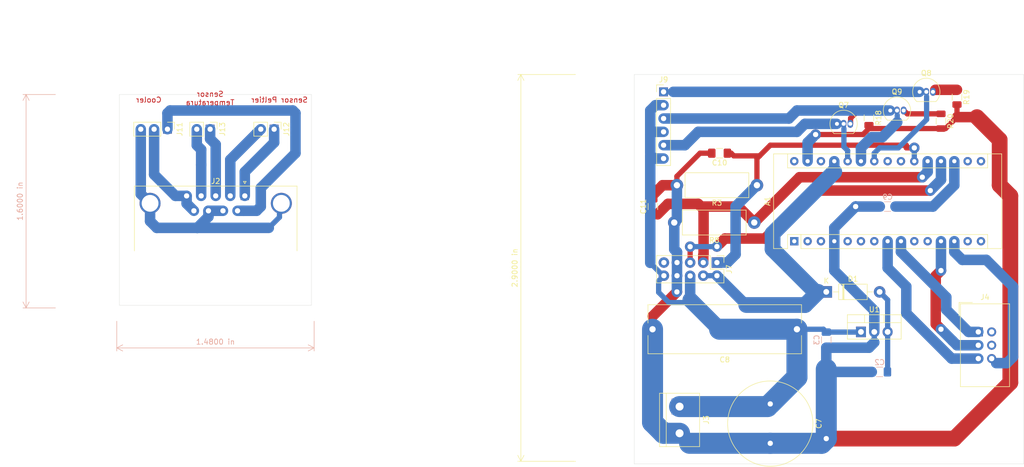
<source format=kicad_pcb>
(kicad_pcb (version 20171130) (host pcbnew 5.1.5-52549c5~84~ubuntu18.04.1)

  (general
    (thickness 1.4)
    (drawings 15)
    (tracks 261)
    (zones 0)
    (modules 26)
    (nets 48)
  )

  (page A4)
  (layers
    (0 F.Cu signal)
    (31 B.Cu signal)
    (32 B.Adhes user)
    (33 F.Adhes user)
    (34 B.Paste user)
    (35 F.Paste user)
    (36 B.SilkS user)
    (37 F.SilkS user)
    (38 B.Mask user)
    (39 F.Mask user)
    (40 Dwgs.User user)
    (41 Cmts.User user)
    (42 Eco1.User user)
    (43 Eco2.User user)
    (44 Edge.Cuts user)
    (45 Margin user)
    (46 B.CrtYd user)
    (47 F.CrtYd user)
    (48 B.Fab user)
    (49 F.Fab user)
  )

  (setup
    (last_trace_width 1)
    (user_trace_width 0.8)
    (user_trace_width 1.5)
    (user_trace_width 2)
    (user_trace_width 3)
    (user_trace_width 4)
    (trace_clearance 0.3)
    (zone_clearance 0.508)
    (zone_45_only no)
    (trace_min 0.2)
    (via_size 2)
    (via_drill 1)
    (via_min_size 0.1)
    (via_min_drill 0.3)
    (user_via 2 0.3)
    (uvia_size 0.3)
    (uvia_drill 0.1)
    (uvias_allowed no)
    (uvia_min_size 0.2)
    (uvia_min_drill 0.1)
    (edge_width 0.05)
    (segment_width 0.2)
    (pcb_text_width 0.3)
    (pcb_text_size 1.5 1.5)
    (mod_edge_width 0.12)
    (mod_text_size 1 1)
    (mod_text_width 0.15)
    (pad_size 1.524 1.524)
    (pad_drill 0.762)
    (pad_to_mask_clearance 0.051)
    (solder_mask_min_width 0.25)
    (aux_axis_origin 0 0)
    (visible_elements 7FFFFFFF)
    (pcbplotparams
      (layerselection 0x010fc_ffffffff)
      (usegerberextensions false)
      (usegerberattributes false)
      (usegerberadvancedattributes false)
      (creategerberjobfile false)
      (excludeedgelayer true)
      (linewidth 0.100000)
      (plotframeref false)
      (viasonmask false)
      (mode 1)
      (useauxorigin false)
      (hpglpennumber 1)
      (hpglpenspeed 20)
      (hpglpendiameter 15.000000)
      (psnegative false)
      (psa4output false)
      (plotreference true)
      (plotvalue true)
      (plotinvisibletext false)
      (padsonsilk false)
      (subtractmaskfromsilk false)
      (outputformat 1)
      (mirror false)
      (drillshape 1)
      (scaleselection 1)
      (outputdirectory ""))
  )

  (net 0 "")
  (net 1 "Net-(A1-Pad16)")
  (net 2 PIN-READY-LED-GREEN)
  (net 3 "Net-(A1-Pad30)")
  (net 4 "Net-(A1-Pad14)")
  (net 5 "Net-(A1-Pad28)")
  (net 6 PMOS_FRIO)
  (net 7 PMOS_CALOR)
  (net 8 PWM_FRIO)
  (net 9 PWM_CALOR)
  (net 10 "Net-(A1-Pad23)")
  (net 11 "Net-(A1-Pad22)")
  (net 12 PIN-CAUTION-LED-YELLOW)
  (net 13 PIN-WARNING-LED-RED)
  (net 14 PIN_SENSOR_TEMPERATURA_SUPERFICIAL)
  (net 15 "Net-(A1-Pad3)")
  (net 16 "Net-(A1-Pad18)")
  (net 17 "Net-(A1-Pad2)")
  (net 18 "Net-(A1-Pad17)")
  (net 19 "Net-(A1-Pad1)")
  (net 20 "Net-(C2-Pad1)")
  (net 21 VCC)
  (net 22 "Net-(Q7-Pad3)")
  (net 23 "Net-(Q8-Pad3)")
  (net 24 "Net-(Q9-Pad3)")
  (net 25 "Net-(A1-Pad15)")
  (net 26 "Net-(A1-Pad11)")
  (net 27 "Net-(A1-Pad10)")
  (net 28 "Net-(J7-Pad5)")
  (net 29 "Net-(J9-Pad3)")
  (net 30 "Net-(J9-Pad1)")
  (net 31 REF_5)
  (net 32 fan_2)
  (net 33 "Net-(A1-Pad7)")
  (net 34 "Net-(A1-Pad6)")
  (net 35 "Net-(A1-Pad5)")
  (net 36 PIN_SENSOR_TEMPERATURA_DISIPADOR)
  (net 37 fan_in_2)
  (net 38 "Net-(J9-Pad5)")
  (net 39 fan_2C)
  (net 40 fan_1C)
  (net 41 fan_in_2C)
  (net 42 term_disip_2C)
  (net 43 term_disip_1C)
  (net 44 term_pelt_2C)
  (net 45 term_pelt_1C)
  (net 46 "Net-(J4-Pad4)")
  (net 47 "Net-(J4-Pad2)")

  (net_class Default "This is the default net class."
    (clearance 0.3)
    (trace_width 1)
    (via_dia 2)
    (via_drill 1)
    (uvia_dia 0.3)
    (uvia_drill 0.1)
    (add_net "Net-(A1-Pad1)")
    (add_net "Net-(A1-Pad10)")
    (add_net "Net-(A1-Pad11)")
    (add_net "Net-(A1-Pad14)")
    (add_net "Net-(A1-Pad15)")
    (add_net "Net-(A1-Pad16)")
    (add_net "Net-(A1-Pad17)")
    (add_net "Net-(A1-Pad18)")
    (add_net "Net-(A1-Pad2)")
    (add_net "Net-(A1-Pad22)")
    (add_net "Net-(A1-Pad23)")
    (add_net "Net-(A1-Pad28)")
    (add_net "Net-(A1-Pad3)")
    (add_net "Net-(A1-Pad30)")
    (add_net "Net-(A1-Pad5)")
    (add_net "Net-(A1-Pad6)")
    (add_net "Net-(A1-Pad7)")
    (add_net "Net-(C2-Pad1)")
    (add_net "Net-(J4-Pad2)")
    (add_net "Net-(J4-Pad4)")
    (add_net "Net-(J7-Pad5)")
    (add_net "Net-(J9-Pad1)")
    (add_net "Net-(J9-Pad3)")
    (add_net "Net-(J9-Pad5)")
    (add_net "Net-(Q7-Pad3)")
    (add_net "Net-(Q8-Pad3)")
    (add_net "Net-(Q9-Pad3)")
    (add_net PIN-CAUTION-LED-YELLOW)
    (add_net PIN-READY-LED-GREEN)
    (add_net PIN-WARNING-LED-RED)
    (add_net PIN_SENSOR_TEMPERATURA_DISIPADOR)
    (add_net PIN_SENSOR_TEMPERATURA_SUPERFICIAL)
    (add_net PMOS_CALOR)
    (add_net PMOS_FRIO)
    (add_net PWM_CALOR)
    (add_net PWM_FRIO)
    (add_net REF_5)
    (add_net VCC)
    (add_net fan_1C)
    (add_net fan_2)
    (add_net fan_2C)
    (add_net fan_in_2)
    (add_net fan_in_2C)
    (add_net term_disip_1C)
    (add_net term_disip_2C)
    (add_net term_pelt_1C)
    (add_net term_pelt_2C)
  )

  (net_class Power ""
    (clearance 0.5)
    (trace_width 3)
    (via_dia 2)
    (via_drill 1)
    (uvia_dia 0.3)
    (uvia_drill 0.1)
  )

  (module Connector_Dsub:DSUB-9_Female_Horizontal_P2.77x2.84mm_EdgePinOffset7.70mm_Housed_MountingHolesOffset9.12mm (layer F.Cu) (tedit 59FEDEE2) (tstamp 5E846900)
    (at 119.38 91.44)
    (descr "9-pin D-Sub connector, horizontal/angled (90 deg), THT-mount, female, pitch 2.77x2.84mm, pin-PCB-offset 7.699999999999999mm, distance of mounting holes 25mm, distance of mounting holes to PCB edge 9.12mm, see https://disti-assets.s3.amazonaws.com/tonar/files/datasheets/16730.pdf")
    (tags "9-pin D-Sub connector horizontal angled 90deg THT female pitch 2.77x2.84mm pin-PCB-offset 7.699999999999999mm mounting-holes-distance 25mm mounting-hole-offset 25mm")
    (path /5DD9E45B)
    (fp_text reference J2 (at -5.54 -2.8) (layer F.SilkS)
      (effects (font (size 1 1) (thickness 0.15)))
    )
    (fp_text value DB9_Female_MountingHoles (at -5.54 18.61) (layer F.Fab)
      (effects (font (size 1 1) (thickness 0.15)))
    )
    (fp_text user %R (at -5.54 14.025) (layer F.Fab)
      (effects (font (size 1 1) (thickness 0.15)))
    )
    (fp_line (start 10.4 -2.35) (end -21.5 -2.35) (layer F.CrtYd) (width 0.05))
    (fp_line (start 10.4 17.65) (end 10.4 -2.35) (layer F.CrtYd) (width 0.05))
    (fp_line (start -21.5 17.65) (end 10.4 17.65) (layer F.CrtYd) (width 0.05))
    (fp_line (start -21.5 -2.35) (end -21.5 17.65) (layer F.CrtYd) (width 0.05))
    (fp_line (start 0 -2.321325) (end -0.25 -2.754338) (layer F.SilkS) (width 0.12))
    (fp_line (start 0.25 -2.754338) (end 0 -2.321325) (layer F.SilkS) (width 0.12))
    (fp_line (start -0.25 -2.754338) (end 0.25 -2.754338) (layer F.SilkS) (width 0.12))
    (fp_line (start 9.945 -1.86) (end 9.945 10.48) (layer F.SilkS) (width 0.12))
    (fp_line (start -21.025 -1.86) (end 9.945 -1.86) (layer F.SilkS) (width 0.12))
    (fp_line (start -21.025 10.48) (end -21.025 -1.86) (layer F.SilkS) (width 0.12))
    (fp_line (start 8.56 10.54) (end 8.56 1.42) (layer F.Fab) (width 0.1))
    (fp_line (start 5.36 10.54) (end 5.36 1.42) (layer F.Fab) (width 0.1))
    (fp_line (start -16.44 10.54) (end -16.44 1.42) (layer F.Fab) (width 0.1))
    (fp_line (start -19.64 10.54) (end -19.64 1.42) (layer F.Fab) (width 0.1))
    (fp_line (start 9.46 10.94) (end 4.46 10.94) (layer F.Fab) (width 0.1))
    (fp_line (start 9.46 15.94) (end 9.46 10.94) (layer F.Fab) (width 0.1))
    (fp_line (start 4.46 15.94) (end 9.46 15.94) (layer F.Fab) (width 0.1))
    (fp_line (start 4.46 10.94) (end 4.46 15.94) (layer F.Fab) (width 0.1))
    (fp_line (start -15.54 10.94) (end -20.54 10.94) (layer F.Fab) (width 0.1))
    (fp_line (start -15.54 15.94) (end -15.54 10.94) (layer F.Fab) (width 0.1))
    (fp_line (start -20.54 15.94) (end -15.54 15.94) (layer F.Fab) (width 0.1))
    (fp_line (start -20.54 10.94) (end -20.54 15.94) (layer F.Fab) (width 0.1))
    (fp_line (start 2.61 10.94) (end -13.69 10.94) (layer F.Fab) (width 0.1))
    (fp_line (start 2.61 17.11) (end 2.61 10.94) (layer F.Fab) (width 0.1))
    (fp_line (start -13.69 17.11) (end 2.61 17.11) (layer F.Fab) (width 0.1))
    (fp_line (start -13.69 10.94) (end -13.69 17.11) (layer F.Fab) (width 0.1))
    (fp_line (start 9.885 10.54) (end -20.965 10.54) (layer F.Fab) (width 0.1))
    (fp_line (start 9.885 10.94) (end 9.885 10.54) (layer F.Fab) (width 0.1))
    (fp_line (start -20.965 10.94) (end 9.885 10.94) (layer F.Fab) (width 0.1))
    (fp_line (start -20.965 10.54) (end -20.965 10.94) (layer F.Fab) (width 0.1))
    (fp_line (start 9.885 -1.8) (end -20.965 -1.8) (layer F.Fab) (width 0.1))
    (fp_line (start 9.885 10.54) (end 9.885 -1.8) (layer F.Fab) (width 0.1))
    (fp_line (start -20.965 10.54) (end 9.885 10.54) (layer F.Fab) (width 0.1))
    (fp_line (start -20.965 -1.8) (end -20.965 10.54) (layer F.Fab) (width 0.1))
    (fp_arc (start 6.96 1.42) (end 5.36 1.42) (angle 180) (layer F.Fab) (width 0.1))
    (fp_arc (start -18.04 1.42) (end -19.64 1.42) (angle 180) (layer F.Fab) (width 0.1))
    (pad 0 thru_hole circle (at 6.96 1.42) (size 4 4) (drill 3.2) (layers *.Cu *.Mask)
      (net 39 fan_2C))
    (pad 0 thru_hole circle (at -18.04 1.42) (size 4 4) (drill 3.2) (layers *.Cu *.Mask)
      (net 39 fan_2C))
    (pad 9 thru_hole circle (at -9.695 2.84) (size 1.6 1.6) (drill 1) (layers *.Cu *.Mask)
      (net 40 fan_1C))
    (pad 8 thru_hole circle (at -6.925 2.84) (size 1.6 1.6) (drill 1) (layers *.Cu *.Mask)
      (net 39 fan_2C))
    (pad 7 thru_hole circle (at -4.155 2.84) (size 1.6 1.6) (drill 1) (layers *.Cu *.Mask)
      (net 39 fan_2C))
    (pad 6 thru_hole circle (at -1.385 2.84) (size 1.6 1.6) (drill 1) (layers *.Cu *.Mask)
      (net 41 fan_in_2C))
    (pad 5 thru_hole circle (at -11.08 0) (size 1.6 1.6) (drill 1) (layers *.Cu *.Mask)
      (net 40 fan_1C))
    (pad 4 thru_hole circle (at -8.31 0) (size 1.6 1.6) (drill 1) (layers *.Cu *.Mask)
      (net 42 term_disip_2C))
    (pad 3 thru_hole circle (at -5.54 0) (size 1.6 1.6) (drill 1) (layers *.Cu *.Mask)
      (net 43 term_disip_1C))
    (pad 2 thru_hole circle (at -2.77 0) (size 1.6 1.6) (drill 1) (layers *.Cu *.Mask)
      (net 44 term_pelt_2C))
    (pad 1 thru_hole rect (at 0 0) (size 1.6 1.6) (drill 1) (layers *.Cu *.Mask)
      (net 45 term_pelt_1C))
    (model ${KISYS3DMOD}/Connector_Dsub.3dshapes/DSUB-9_Female_Horizontal_P2.77x2.84mm_EdgePinOffset7.70mm_Housed_MountingHolesOffset9.12mm.wrl
      (at (xyz 0 0 0))
      (scale (xyz 1 1 1))
      (rotate (xyz 0 0 0))
    )
  )

  (module Connector_PinHeader_2.54mm:PinHeader_1x02_P2.54mm_Vertical (layer F.Cu) (tedit 59FED5CC) (tstamp 5E846A3B)
    (at 112.776 78.74 270)
    (descr "Through hole straight pin header, 1x02, 2.54mm pitch, single row")
    (tags "Through hole pin header THT 1x02 2.54mm single row")
    (path /5EC9B6CD)
    (fp_text reference J13 (at 0 -2.33 90) (layer F.SilkS)
      (effects (font (size 1 1) (thickness 0.15)))
    )
    (fp_text value Conn_01x02_Male (at 0 4.87 90) (layer F.Fab)
      (effects (font (size 1 1) (thickness 0.15)))
    )
    (fp_text user %R (at 0 1.27) (layer F.Fab)
      (effects (font (size 1 1) (thickness 0.15)))
    )
    (fp_line (start 1.8 -1.8) (end -1.8 -1.8) (layer F.CrtYd) (width 0.05))
    (fp_line (start 1.8 4.35) (end 1.8 -1.8) (layer F.CrtYd) (width 0.05))
    (fp_line (start -1.8 4.35) (end 1.8 4.35) (layer F.CrtYd) (width 0.05))
    (fp_line (start -1.8 -1.8) (end -1.8 4.35) (layer F.CrtYd) (width 0.05))
    (fp_line (start -1.33 -1.33) (end 0 -1.33) (layer F.SilkS) (width 0.12))
    (fp_line (start -1.33 0) (end -1.33 -1.33) (layer F.SilkS) (width 0.12))
    (fp_line (start -1.33 1.27) (end 1.33 1.27) (layer F.SilkS) (width 0.12))
    (fp_line (start 1.33 1.27) (end 1.33 3.87) (layer F.SilkS) (width 0.12))
    (fp_line (start -1.33 1.27) (end -1.33 3.87) (layer F.SilkS) (width 0.12))
    (fp_line (start -1.33 3.87) (end 1.33 3.87) (layer F.SilkS) (width 0.12))
    (fp_line (start -1.27 -0.635) (end -0.635 -1.27) (layer F.Fab) (width 0.1))
    (fp_line (start -1.27 3.81) (end -1.27 -0.635) (layer F.Fab) (width 0.1))
    (fp_line (start 1.27 3.81) (end -1.27 3.81) (layer F.Fab) (width 0.1))
    (fp_line (start 1.27 -1.27) (end 1.27 3.81) (layer F.Fab) (width 0.1))
    (fp_line (start -0.635 -1.27) (end 1.27 -1.27) (layer F.Fab) (width 0.1))
    (pad 2 thru_hole oval (at 0 2.54 270) (size 1.7 1.7) (drill 1) (layers *.Cu *.Mask)
      (net 42 term_disip_2C))
    (pad 1 thru_hole rect (at 0 0 270) (size 1.7 1.7) (drill 1) (layers *.Cu *.Mask)
      (net 43 term_disip_1C))
    (model ${KISYS3DMOD}/Connector_PinHeader_2.54mm.3dshapes/PinHeader_1x02_P2.54mm_Vertical.wrl
      (at (xyz 0 0 0))
      (scale (xyz 1 1 1))
      (rotate (xyz 0 0 0))
    )
  )

  (module Connector_PinHeader_2.54mm:PinHeader_1x02_P2.54mm_Vertical (layer F.Cu) (tedit 59FED5CC) (tstamp 5E846A25)
    (at 124.968 78.74 270)
    (descr "Through hole straight pin header, 1x02, 2.54mm pitch, single row")
    (tags "Through hole pin header THT 1x02 2.54mm single row")
    (path /5EC67904)
    (fp_text reference J12 (at 0 -2.33 90) (layer F.SilkS)
      (effects (font (size 1 1) (thickness 0.15)))
    )
    (fp_text value Conn_01x02_Male (at 0 4.87 90) (layer F.Fab)
      (effects (font (size 1 1) (thickness 0.15)))
    )
    (fp_text user %R (at 0 1.27) (layer F.Fab)
      (effects (font (size 1 1) (thickness 0.15)))
    )
    (fp_line (start 1.8 -1.8) (end -1.8 -1.8) (layer F.CrtYd) (width 0.05))
    (fp_line (start 1.8 4.35) (end 1.8 -1.8) (layer F.CrtYd) (width 0.05))
    (fp_line (start -1.8 4.35) (end 1.8 4.35) (layer F.CrtYd) (width 0.05))
    (fp_line (start -1.8 -1.8) (end -1.8 4.35) (layer F.CrtYd) (width 0.05))
    (fp_line (start -1.33 -1.33) (end 0 -1.33) (layer F.SilkS) (width 0.12))
    (fp_line (start -1.33 0) (end -1.33 -1.33) (layer F.SilkS) (width 0.12))
    (fp_line (start -1.33 1.27) (end 1.33 1.27) (layer F.SilkS) (width 0.12))
    (fp_line (start 1.33 1.27) (end 1.33 3.87) (layer F.SilkS) (width 0.12))
    (fp_line (start -1.33 1.27) (end -1.33 3.87) (layer F.SilkS) (width 0.12))
    (fp_line (start -1.33 3.87) (end 1.33 3.87) (layer F.SilkS) (width 0.12))
    (fp_line (start -1.27 -0.635) (end -0.635 -1.27) (layer F.Fab) (width 0.1))
    (fp_line (start -1.27 3.81) (end -1.27 -0.635) (layer F.Fab) (width 0.1))
    (fp_line (start 1.27 3.81) (end -1.27 3.81) (layer F.Fab) (width 0.1))
    (fp_line (start 1.27 -1.27) (end 1.27 3.81) (layer F.Fab) (width 0.1))
    (fp_line (start -0.635 -1.27) (end 1.27 -1.27) (layer F.Fab) (width 0.1))
    (pad 2 thru_hole oval (at 0 2.54 270) (size 1.7 1.7) (drill 1) (layers *.Cu *.Mask)
      (net 44 term_pelt_2C))
    (pad 1 thru_hole rect (at 0 0 270) (size 1.7 1.7) (drill 1) (layers *.Cu *.Mask)
      (net 45 term_pelt_1C))
    (model ${KISYS3DMOD}/Connector_PinHeader_2.54mm.3dshapes/PinHeader_1x02_P2.54mm_Vertical.wrl
      (at (xyz 0 0 0))
      (scale (xyz 1 1 1))
      (rotate (xyz 0 0 0))
    )
  )

  (module Connector_PinHeader_2.54mm:PinHeader_1x03_P2.54mm_Vertical (layer F.Cu) (tedit 59FED5CC) (tstamp 5E846A0F)
    (at 104.648 78.74 270)
    (descr "Through hole straight pin header, 1x03, 2.54mm pitch, single row")
    (tags "Through hole pin header THT 1x03 2.54mm single row")
    (path /5EBC481E)
    (fp_text reference J11 (at 0 -2.33 90) (layer F.SilkS)
      (effects (font (size 1 1) (thickness 0.15)))
    )
    (fp_text value Conn_01x03_Male (at 0 7.41 90) (layer F.Fab)
      (effects (font (size 1 1) (thickness 0.15)))
    )
    (fp_text user %R (at 0 2.54) (layer F.Fab)
      (effects (font (size 1 1) (thickness 0.15)))
    )
    (fp_line (start 1.8 -1.8) (end -1.8 -1.8) (layer F.CrtYd) (width 0.05))
    (fp_line (start 1.8 6.85) (end 1.8 -1.8) (layer F.CrtYd) (width 0.05))
    (fp_line (start -1.8 6.85) (end 1.8 6.85) (layer F.CrtYd) (width 0.05))
    (fp_line (start -1.8 -1.8) (end -1.8 6.85) (layer F.CrtYd) (width 0.05))
    (fp_line (start -1.33 -1.33) (end 0 -1.33) (layer F.SilkS) (width 0.12))
    (fp_line (start -1.33 0) (end -1.33 -1.33) (layer F.SilkS) (width 0.12))
    (fp_line (start -1.33 1.27) (end 1.33 1.27) (layer F.SilkS) (width 0.12))
    (fp_line (start 1.33 1.27) (end 1.33 6.41) (layer F.SilkS) (width 0.12))
    (fp_line (start -1.33 1.27) (end -1.33 6.41) (layer F.SilkS) (width 0.12))
    (fp_line (start -1.33 6.41) (end 1.33 6.41) (layer F.SilkS) (width 0.12))
    (fp_line (start -1.27 -0.635) (end -0.635 -1.27) (layer F.Fab) (width 0.1))
    (fp_line (start -1.27 6.35) (end -1.27 -0.635) (layer F.Fab) (width 0.1))
    (fp_line (start 1.27 6.35) (end -1.27 6.35) (layer F.Fab) (width 0.1))
    (fp_line (start 1.27 -1.27) (end 1.27 6.35) (layer F.Fab) (width 0.1))
    (fp_line (start -0.635 -1.27) (end 1.27 -1.27) (layer F.Fab) (width 0.1))
    (pad 3 thru_hole oval (at 0 5.08 270) (size 1.7 1.7) (drill 1) (layers *.Cu *.Mask)
      (net 39 fan_2C))
    (pad 2 thru_hole oval (at 0 2.54 270) (size 1.7 1.7) (drill 1) (layers *.Cu *.Mask)
      (net 40 fan_1C))
    (pad 1 thru_hole rect (at 0 0 270) (size 1.7 1.7) (drill 1) (layers *.Cu *.Mask)
      (net 41 fan_in_2C))
    (model ${KISYS3DMOD}/Connector_PinHeader_2.54mm.3dshapes/PinHeader_1x03_P2.54mm_Vertical.wrl
      (at (xyz 0 0 0))
      (scale (xyz 1 1 1))
      (rotate (xyz 0 0 0))
    )
  )

  (module Connector_IDC:IDC-Header_2x03_P2.54mm_Vertical (layer F.Cu) (tedit 59DE0819) (tstamp 5E844FC6)
    (at 259.08 117.348)
    (descr "Through hole straight IDC box header, 2x03, 2.54mm pitch, double rows")
    (tags "Through hole IDC box header THT 2x03 2.54mm double row")
    (path /5E931C53)
    (fp_text reference J4 (at 1.27 -6.604) (layer F.SilkS)
      (effects (font (size 1 1) (thickness 0.15)))
    )
    (fp_text value Conn_01x06_Male (at 1.27 11.684) (layer F.Fab)
      (effects (font (size 1 1) (thickness 0.15)))
    )
    (fp_line (start -3.655 -5.6) (end -1.115 -5.6) (layer F.SilkS) (width 0.12))
    (fp_line (start -3.655 -5.6) (end -3.655 -3.06) (layer F.SilkS) (width 0.12))
    (fp_line (start -3.405 -5.35) (end 5.945 -5.35) (layer F.SilkS) (width 0.12))
    (fp_line (start -3.405 10.43) (end -3.405 -5.35) (layer F.SilkS) (width 0.12))
    (fp_line (start 5.945 10.43) (end -3.405 10.43) (layer F.SilkS) (width 0.12))
    (fp_line (start 5.945 -5.35) (end 5.945 10.43) (layer F.SilkS) (width 0.12))
    (fp_line (start -3.41 -5.35) (end 5.95 -5.35) (layer F.CrtYd) (width 0.05))
    (fp_line (start -3.41 10.43) (end -3.41 -5.35) (layer F.CrtYd) (width 0.05))
    (fp_line (start 5.95 10.43) (end -3.41 10.43) (layer F.CrtYd) (width 0.05))
    (fp_line (start 5.95 -5.35) (end 5.95 10.43) (layer F.CrtYd) (width 0.05))
    (fp_line (start -3.155 10.18) (end -2.605 9.62) (layer F.Fab) (width 0.1))
    (fp_line (start -3.155 -5.1) (end -2.605 -4.56) (layer F.Fab) (width 0.1))
    (fp_line (start 5.695 10.18) (end 5.145 9.62) (layer F.Fab) (width 0.1))
    (fp_line (start 5.695 -5.1) (end 5.145 -4.56) (layer F.Fab) (width 0.1))
    (fp_line (start 5.145 9.62) (end -2.605 9.62) (layer F.Fab) (width 0.1))
    (fp_line (start 5.695 10.18) (end -3.155 10.18) (layer F.Fab) (width 0.1))
    (fp_line (start 5.145 -4.56) (end -2.605 -4.56) (layer F.Fab) (width 0.1))
    (fp_line (start 5.695 -5.1) (end -3.155 -5.1) (layer F.Fab) (width 0.1))
    (fp_line (start -2.605 4.79) (end -3.155 4.79) (layer F.Fab) (width 0.1))
    (fp_line (start -2.605 0.29) (end -3.155 0.29) (layer F.Fab) (width 0.1))
    (fp_line (start -2.605 4.79) (end -2.605 9.62) (layer F.Fab) (width 0.1))
    (fp_line (start -2.605 -4.56) (end -2.605 0.29) (layer F.Fab) (width 0.1))
    (fp_line (start -3.155 -5.1) (end -3.155 10.18) (layer F.Fab) (width 0.1))
    (fp_line (start 5.145 -4.56) (end 5.145 9.62) (layer F.Fab) (width 0.1))
    (fp_line (start 5.695 -5.1) (end 5.695 10.18) (layer F.Fab) (width 0.1))
    (fp_text user %R (at 1.27 2.54) (layer F.Fab)
      (effects (font (size 1 1) (thickness 0.15)))
    )
    (pad 6 thru_hole oval (at 2.54 5.08) (size 1.7272 1.7272) (drill 1.016) (layers *.Cu *.Mask)
      (net 8 PWM_FRIO))
    (pad 5 thru_hole oval (at 0 5.08) (size 1.7272 1.7272) (drill 1.016) (layers *.Cu *.Mask)
      (net 6 PMOS_FRIO))
    (pad 4 thru_hole oval (at 2.54 2.54) (size 1.7272 1.7272) (drill 1.016) (layers *.Cu *.Mask)
      (net 46 "Net-(J4-Pad4)"))
    (pad 3 thru_hole oval (at 0 2.54) (size 1.7272 1.7272) (drill 1.016) (layers *.Cu *.Mask)
      (net 9 PWM_CALOR))
    (pad 2 thru_hole oval (at 2.54 0) (size 1.7272 1.7272) (drill 1.016) (layers *.Cu *.Mask)
      (net 47 "Net-(J4-Pad2)"))
    (pad 1 thru_hole rect (at 0 0) (size 1.7272 1.7272) (drill 1.016) (layers *.Cu *.Mask)
      (net 7 PMOS_CALOR))
    (model ${KISYS3DMOD}/Connector_IDC.3dshapes/IDC-Header_2x03_P2.54mm_Vertical.wrl
      (at (xyz 0 0 0))
      (scale (xyz 1 1 1))
      (rotate (xyz 0 0 0))
    )
  )

  (module Capacitor_THT:C_Radial_D16.0mm_H25.0mm_P7.50mm (layer F.Cu) (tedit 5BC5C9BA) (tstamp 5E8184A1)
    (at 219.456 131.064 270)
    (descr "C, Radial series, Radial, pin pitch=7.50mm, diameter=16mm, height=25mm, Non-Polar Electrolytic Capacitor")
    (tags "C Radial series Radial pin pitch 7.50mm diameter 16mm height 25mm Non-Polar Electrolytic Capacitor")
    (path /5DDEEE5E)
    (fp_text reference C7 (at 3.75 -9.25 90) (layer F.SilkS)
      (effects (font (size 1 1) (thickness 0.15)))
    )
    (fp_text value 4700u (at 3.75 9.25 90) (layer F.Fab)
      (effects (font (size 1 1) (thickness 0.15)))
    )
    (fp_text user %R (at 3.75 0 90) (layer F.Fab)
      (effects (font (size 1 1) (thickness 0.15)))
    )
    (fp_circle (center 3.75 0) (end 12 0) (layer F.CrtYd) (width 0.05))
    (fp_circle (center 3.75 0) (end 11.87 0) (layer F.SilkS) (width 0.12))
    (fp_circle (center 3.75 0) (end 11.75 0) (layer F.Fab) (width 0.1))
    (pad 2 thru_hole circle (at 7.5 0 270) (size 2 2) (drill 1) (layers *.Cu *.Mask)
      (net 32 fan_2))
    (pad 1 thru_hole circle (at 0 0 270) (size 2 2) (drill 1) (layers *.Cu *.Mask)
      (net 21 VCC))
    (model ${KISYS3DMOD}/Capacitor_THT.3dshapes/C_Radial_D16.0mm_H25.0mm_P7.50mm.wrl
      (at (xyz 0 0 0))
      (scale (xyz 1 1 1))
      (rotate (xyz 0 0 0))
    )
  )

  (module Package_TO_SOT_THT:TO-92_Inline (layer F.Cu) (tedit 5A1DD157) (tstamp 5E840461)
    (at 247.904 71.628)
    (descr "TO-92 leads in-line, narrow, oval pads, drill 0.75mm (see NXP sot054_po.pdf)")
    (tags "to-92 sc-43 sc-43a sot54 PA33 transistor")
    (path /5DDA6B4D)
    (fp_text reference Q8 (at 1.27 -3.56) (layer F.SilkS)
      (effects (font (size 1 1) (thickness 0.15)))
    )
    (fp_text value BC548 (at 1.27 2.79 270) (layer F.Fab)
      (effects (font (size 1 1) (thickness 0.15)))
    )
    (fp_arc (start 1.27 0) (end 1.27 -2.6) (angle 135) (layer F.SilkS) (width 0.12))
    (fp_arc (start 1.27 0) (end 1.27 -2.48) (angle -135) (layer F.Fab) (width 0.1))
    (fp_arc (start 1.27 0) (end 1.27 -2.6) (angle -135) (layer F.SilkS) (width 0.12))
    (fp_arc (start 1.27 0) (end 1.27 -2.48) (angle 135) (layer F.Fab) (width 0.1))
    (fp_line (start 4 2.01) (end -1.46 2.01) (layer F.CrtYd) (width 0.05))
    (fp_line (start 4 2.01) (end 4 -2.73) (layer F.CrtYd) (width 0.05))
    (fp_line (start -1.46 -2.73) (end -1.46 2.01) (layer F.CrtYd) (width 0.05))
    (fp_line (start -1.46 -2.73) (end 4 -2.73) (layer F.CrtYd) (width 0.05))
    (fp_line (start -0.5 1.75) (end 3 1.75) (layer F.Fab) (width 0.1))
    (fp_line (start -0.53 1.85) (end 3.07 1.85) (layer F.SilkS) (width 0.12))
    (fp_text user %R (at 1.27 -3.56) (layer F.Fab)
      (effects (font (size 1 1) (thickness 0.15)))
    )
    (pad 1 thru_hole rect (at 0 0) (size 1.05 1.5) (drill 0.75) (layers *.Cu *.Mask)
      (net 30 "Net-(J9-Pad1)"))
    (pad 3 thru_hole oval (at 2.54 0) (size 1.05 1.5) (drill 0.75) (layers *.Cu *.Mask)
      (net 23 "Net-(Q8-Pad3)"))
    (pad 2 thru_hole oval (at 1.27 0) (size 1.05 1.5) (drill 0.75) (layers *.Cu *.Mask)
      (net 2 PIN-READY-LED-GREEN))
    (model ${KISYS3DMOD}/Package_TO_SOT_THT.3dshapes/TO-92_Inline.wrl
      (at (xyz 0 0 0))
      (scale (xyz 1 1 1))
      (rotate (xyz 0 0 0))
    )
  )

  (module Capacitor_THT:C_Rect_L29.0mm_W9.1mm_P27.50mm_MKT (layer F.Cu) (tedit 5AE50EF0) (tstamp 5E840296)
    (at 224.536 116.84 180)
    (descr "C, Rect series, Radial, pin pitch=27.50mm, , length*width=29*9.1mm^2, Capacitor, https://en.tdk.eu/inf/20/20/db/fc_2009/MKT_B32560_564.pdf")
    (tags "C Rect series Radial pin pitch 27.50mm  length 29mm width 9.1mm Capacitor")
    (path /5DDEF386)
    (fp_text reference C8 (at 13.75 -5.8) (layer F.SilkS)
      (effects (font (size 1 1) (thickness 0.15)))
    )
    (fp_text value 4.7u (at 13.75 5.8) (layer F.Fab)
      (effects (font (size 1 1) (thickness 0.15)))
    )
    (fp_text user %R (at 13.75 0) (layer F.Fab)
      (effects (font (size 1 1) (thickness 0.15)))
    )
    (fp_line (start 28.95 -4.8) (end -1.45 -4.8) (layer F.CrtYd) (width 0.05))
    (fp_line (start 28.95 4.8) (end 28.95 -4.8) (layer F.CrtYd) (width 0.05))
    (fp_line (start -1.45 4.8) (end 28.95 4.8) (layer F.CrtYd) (width 0.05))
    (fp_line (start -1.45 -4.8) (end -1.45 4.8) (layer F.CrtYd) (width 0.05))
    (fp_line (start 28.37 1.185) (end 28.37 4.67) (layer F.SilkS) (width 0.12))
    (fp_line (start 28.37 -4.67) (end 28.37 -1.185) (layer F.SilkS) (width 0.12))
    (fp_line (start -0.87 1.185) (end -0.87 4.67) (layer F.SilkS) (width 0.12))
    (fp_line (start -0.87 -4.67) (end -0.87 -1.185) (layer F.SilkS) (width 0.12))
    (fp_line (start -0.87 4.67) (end 28.37 4.67) (layer F.SilkS) (width 0.12))
    (fp_line (start -0.87 -4.67) (end 28.37 -4.67) (layer F.SilkS) (width 0.12))
    (fp_line (start 28.25 -4.55) (end -0.75 -4.55) (layer F.Fab) (width 0.1))
    (fp_line (start 28.25 4.55) (end 28.25 -4.55) (layer F.Fab) (width 0.1))
    (fp_line (start -0.75 4.55) (end 28.25 4.55) (layer F.Fab) (width 0.1))
    (fp_line (start -0.75 -4.55) (end -0.75 4.55) (layer F.Fab) (width 0.1))
    (pad 2 thru_hole circle (at 27.5 0 180) (size 2.4 2.4) (drill 1.2) (layers *.Cu *.Mask)
      (net 32 fan_2))
    (pad 1 thru_hole circle (at 0 0 180) (size 2.4 2.4) (drill 1.2) (layers *.Cu *.Mask)
      (net 21 VCC))
    (model ${KISYS3DMOD}/Capacitor_THT.3dshapes/C_Rect_L29.0mm_W9.1mm_P27.50mm_MKT.wrl
      (at (xyz 0 0 0))
      (scale (xyz 1 1 1))
      (rotate (xyz 0 0 0))
    )
  )

  (module Resistor_THT:R_Axial_DIN0414_L11.9mm_D4.5mm_P15.24mm_Horizontal (layer F.Cu) (tedit 5AE5139B) (tstamp 5E841495)
    (at 216.916 89.408 180)
    (descr "Resistor, Axial_DIN0414 series, Axial, Horizontal, pin pitch=15.24mm, 2W, length*diameter=11.9*4.5mm^2, http://www.vishay.com/docs/20128/wkxwrx.pdf")
    (tags "Resistor Axial_DIN0414 series Axial Horizontal pin pitch 15.24mm 2W length 11.9mm diameter 4.5mm")
    (path /5DBD5433)
    (fp_text reference R3 (at 7.62 -3.37) (layer F.SilkS)
      (effects (font (size 1 1) (thickness 0.15)))
    )
    (fp_text value 20k (at 7.62 3.37) (layer F.Fab)
      (effects (font (size 1 1) (thickness 0.15)))
    )
    (fp_text user %R (at 7.62 0) (layer F.Fab)
      (effects (font (size 1 1) (thickness 0.15)))
    )
    (fp_line (start 16.69 -2.5) (end -1.45 -2.5) (layer F.CrtYd) (width 0.05))
    (fp_line (start 16.69 2.5) (end 16.69 -2.5) (layer F.CrtYd) (width 0.05))
    (fp_line (start -1.45 2.5) (end 16.69 2.5) (layer F.CrtYd) (width 0.05))
    (fp_line (start -1.45 -2.5) (end -1.45 2.5) (layer F.CrtYd) (width 0.05))
    (fp_line (start 13.8 0) (end 13.69 0) (layer F.SilkS) (width 0.12))
    (fp_line (start 1.44 0) (end 1.55 0) (layer F.SilkS) (width 0.12))
    (fp_line (start 13.69 -2.37) (end 1.55 -2.37) (layer F.SilkS) (width 0.12))
    (fp_line (start 13.69 2.37) (end 13.69 -2.37) (layer F.SilkS) (width 0.12))
    (fp_line (start 1.55 2.37) (end 13.69 2.37) (layer F.SilkS) (width 0.12))
    (fp_line (start 1.55 -2.37) (end 1.55 2.37) (layer F.SilkS) (width 0.12))
    (fp_line (start 15.24 0) (end 13.57 0) (layer F.Fab) (width 0.1))
    (fp_line (start 0 0) (end 1.67 0) (layer F.Fab) (width 0.1))
    (fp_line (start 13.57 -2.25) (end 1.67 -2.25) (layer F.Fab) (width 0.1))
    (fp_line (start 13.57 2.25) (end 13.57 -2.25) (layer F.Fab) (width 0.1))
    (fp_line (start 1.67 2.25) (end 13.57 2.25) (layer F.Fab) (width 0.1))
    (fp_line (start 1.67 -2.25) (end 1.67 2.25) (layer F.Fab) (width 0.1))
    (pad 2 thru_hole oval (at 15.24 0 180) (size 2.4 2.4) (drill 1.2) (layers *.Cu *.Mask)
      (net 32 fan_2))
    (pad 1 thru_hole circle (at 0 0 180) (size 2.4 2.4) (drill 1.2) (layers *.Cu *.Mask)
      (net 14 PIN_SENSOR_TEMPERATURA_SUPERFICIAL))
    (model ${KISYS3DMOD}/Resistor_THT.3dshapes/R_Axial_DIN0414_L11.9mm_D4.5mm_P15.24mm_Horizontal.wrl
      (at (xyz 0 0 0))
      (scale (xyz 1 1 1))
      (rotate (xyz 0 0 0))
    )
  )

  (module Package_TO_SOT_THT:TO-220-3_Vertical (layer F.Cu) (tedit 5AC8BA0D) (tstamp 5E8404EE)
    (at 236.728 117.348)
    (descr "TO-220-3, Vertical, RM 2.54mm, see https://www.vishay.com/docs/66542/to-220-1.pdf")
    (tags "TO-220-3 Vertical RM 2.54mm")
    (path /5EB72DF2)
    (fp_text reference U1 (at 2.54 -4.27) (layer F.SilkS)
      (effects (font (size 1 1) (thickness 0.15)))
    )
    (fp_text value LM7805_TO220 (at 2.54 2.5) (layer F.Fab)
      (effects (font (size 1 1) (thickness 0.15)))
    )
    (fp_text user %R (at 2.54 -4.27) (layer F.Fab)
      (effects (font (size 1 1) (thickness 0.15)))
    )
    (fp_line (start 7.79 -3.4) (end -2.71 -3.4) (layer F.CrtYd) (width 0.05))
    (fp_line (start 7.79 1.51) (end 7.79 -3.4) (layer F.CrtYd) (width 0.05))
    (fp_line (start -2.71 1.51) (end 7.79 1.51) (layer F.CrtYd) (width 0.05))
    (fp_line (start -2.71 -3.4) (end -2.71 1.51) (layer F.CrtYd) (width 0.05))
    (fp_line (start 4.391 -3.27) (end 4.391 -1.76) (layer F.SilkS) (width 0.12))
    (fp_line (start 0.69 -3.27) (end 0.69 -1.76) (layer F.SilkS) (width 0.12))
    (fp_line (start -2.58 -1.76) (end 7.66 -1.76) (layer F.SilkS) (width 0.12))
    (fp_line (start 7.66 -3.27) (end 7.66 1.371) (layer F.SilkS) (width 0.12))
    (fp_line (start -2.58 -3.27) (end -2.58 1.371) (layer F.SilkS) (width 0.12))
    (fp_line (start -2.58 1.371) (end 7.66 1.371) (layer F.SilkS) (width 0.12))
    (fp_line (start -2.58 -3.27) (end 7.66 -3.27) (layer F.SilkS) (width 0.12))
    (fp_line (start 4.39 -3.15) (end 4.39 -1.88) (layer F.Fab) (width 0.1))
    (fp_line (start 0.69 -3.15) (end 0.69 -1.88) (layer F.Fab) (width 0.1))
    (fp_line (start -2.46 -1.88) (end 7.54 -1.88) (layer F.Fab) (width 0.1))
    (fp_line (start 7.54 -3.15) (end -2.46 -3.15) (layer F.Fab) (width 0.1))
    (fp_line (start 7.54 1.25) (end 7.54 -3.15) (layer F.Fab) (width 0.1))
    (fp_line (start -2.46 1.25) (end 7.54 1.25) (layer F.Fab) (width 0.1))
    (fp_line (start -2.46 -3.15) (end -2.46 1.25) (layer F.Fab) (width 0.1))
    (pad 3 thru_hole oval (at 5.08 0) (size 1.905 2) (drill 1.1) (layers *.Cu *.Mask)
      (net 20 "Net-(C2-Pad1)"))
    (pad 2 thru_hole oval (at 2.54 0) (size 1.905 2) (drill 1.1) (layers *.Cu *.Mask)
      (net 32 fan_2))
    (pad 1 thru_hole rect (at 0 0) (size 1.905 2) (drill 1.1) (layers *.Cu *.Mask)
      (net 21 VCC))
    (model ${KISYS3DMOD}/Package_TO_SOT_THT.3dshapes/TO-220-3_Vertical.wrl
      (at (xyz 0 0 0))
      (scale (xyz 1 1 1))
      (rotate (xyz 0 0 0))
    )
  )

  (module Resistor_SMD:R_1206_3216Metric (layer F.Cu) (tedit 5B301BBD) (tstamp 5E8404D4)
    (at 251.968 77.216 270)
    (descr "Resistor SMD 1206 (3216 Metric), square (rectangular) end terminal, IPC_7351 nominal, (Body size source: http://www.tortai-tech.com/upload/download/2011102023233369053.pdf), generated with kicad-footprint-generator")
    (tags resistor)
    (path /5DEE897F)
    (attr smd)
    (fp_text reference R20 (at 0 -1.82 90) (layer F.SilkS)
      (effects (font (size 1 1) (thickness 0.15)))
    )
    (fp_text value 220 (at 0 1.82 90) (layer F.Fab)
      (effects (font (size 1 1) (thickness 0.15)))
    )
    (fp_text user %R (at 0 0 90) (layer F.Fab)
      (effects (font (size 0.8 0.8) (thickness 0.12)))
    )
    (fp_line (start 2.28 1.12) (end -2.28 1.12) (layer F.CrtYd) (width 0.05))
    (fp_line (start 2.28 -1.12) (end 2.28 1.12) (layer F.CrtYd) (width 0.05))
    (fp_line (start -2.28 -1.12) (end 2.28 -1.12) (layer F.CrtYd) (width 0.05))
    (fp_line (start -2.28 1.12) (end -2.28 -1.12) (layer F.CrtYd) (width 0.05))
    (fp_line (start -0.602064 0.91) (end 0.602064 0.91) (layer F.SilkS) (width 0.12))
    (fp_line (start -0.602064 -0.91) (end 0.602064 -0.91) (layer F.SilkS) (width 0.12))
    (fp_line (start 1.6 0.8) (end -1.6 0.8) (layer F.Fab) (width 0.1))
    (fp_line (start 1.6 -0.8) (end 1.6 0.8) (layer F.Fab) (width 0.1))
    (fp_line (start -1.6 -0.8) (end 1.6 -0.8) (layer F.Fab) (width 0.1))
    (fp_line (start -1.6 0.8) (end -1.6 -0.8) (layer F.Fab) (width 0.1))
    (pad 2 smd roundrect (at 1.4 0 270) (size 1.25 1.75) (layers F.Cu F.Paste F.Mask) (roundrect_rratio 0.2)
      (net 32 fan_2))
    (pad 1 smd roundrect (at -1.4 0 270) (size 1.25 1.75) (layers F.Cu F.Paste F.Mask) (roundrect_rratio 0.2)
      (net 24 "Net-(Q9-Pad3)"))
    (model ${KISYS3DMOD}/Resistor_SMD.3dshapes/R_1206_3216Metric.wrl
      (at (xyz 0 0 0))
      (scale (xyz 1 1 1))
      (rotate (xyz 0 0 0))
    )
  )

  (module Resistor_SMD:R_1206_3216Metric (layer F.Cu) (tedit 5B301BBD) (tstamp 5E8404C3)
    (at 255.016 72.644 270)
    (descr "Resistor SMD 1206 (3216 Metric), square (rectangular) end terminal, IPC_7351 nominal, (Body size source: http://www.tortai-tech.com/upload/download/2011102023233369053.pdf), generated with kicad-footprint-generator")
    (tags resistor)
    (path /5DE483A4)
    (attr smd)
    (fp_text reference R19 (at 0 -1.82 90) (layer F.SilkS)
      (effects (font (size 1 1) (thickness 0.15)))
    )
    (fp_text value 220 (at 0 1.82 90) (layer F.Fab)
      (effects (font (size 1 1) (thickness 0.15)))
    )
    (fp_text user %R (at -0.508 0 90) (layer F.Fab)
      (effects (font (size 0.8 0.8) (thickness 0.12)))
    )
    (fp_line (start 2.28 1.12) (end -2.28 1.12) (layer F.CrtYd) (width 0.05))
    (fp_line (start 2.28 -1.12) (end 2.28 1.12) (layer F.CrtYd) (width 0.05))
    (fp_line (start -2.28 -1.12) (end 2.28 -1.12) (layer F.CrtYd) (width 0.05))
    (fp_line (start -2.28 1.12) (end -2.28 -1.12) (layer F.CrtYd) (width 0.05))
    (fp_line (start -0.602064 0.91) (end 0.602064 0.91) (layer F.SilkS) (width 0.12))
    (fp_line (start -0.602064 -0.91) (end 0.602064 -0.91) (layer F.SilkS) (width 0.12))
    (fp_line (start 1.6 0.8) (end -1.6 0.8) (layer F.Fab) (width 0.1))
    (fp_line (start 1.6 -0.8) (end 1.6 0.8) (layer F.Fab) (width 0.1))
    (fp_line (start -1.6 -0.8) (end 1.6 -0.8) (layer F.Fab) (width 0.1))
    (fp_line (start -1.6 0.8) (end -1.6 -0.8) (layer F.Fab) (width 0.1))
    (pad 2 smd roundrect (at 1.4 0 270) (size 1.25 1.75) (layers F.Cu F.Paste F.Mask) (roundrect_rratio 0.2)
      (net 32 fan_2))
    (pad 1 smd roundrect (at -1.4 0 270) (size 1.25 1.75) (layers F.Cu F.Paste F.Mask) (roundrect_rratio 0.2)
      (net 23 "Net-(Q8-Pad3)"))
    (model ${KISYS3DMOD}/Resistor_SMD.3dshapes/R_1206_3216Metric.wrl
      (at (xyz 0 0 0))
      (scale (xyz 1 1 1))
      (rotate (xyz 0 0 0))
    )
  )

  (module Resistor_SMD:R_1206_3216Metric (layer F.Cu) (tedit 5B301BBD) (tstamp 5E8404B2)
    (at 238.252 76.584 270)
    (descr "Resistor SMD 1206 (3216 Metric), square (rectangular) end terminal, IPC_7351 nominal, (Body size source: http://www.tortai-tech.com/upload/download/2011102023233369053.pdf), generated with kicad-footprint-generator")
    (tags resistor)
    (path /5DD3680D)
    (attr smd)
    (fp_text reference R18 (at 0 -1.82 90) (layer F.SilkS)
      (effects (font (size 1 1) (thickness 0.15)))
    )
    (fp_text value 220 (at 0 1.82 90) (layer F.Fab)
      (effects (font (size 1 1) (thickness 0.15)))
    )
    (fp_text user %R (at 0 0 90) (layer F.Fab)
      (effects (font (size 0.8 0.8) (thickness 0.12)))
    )
    (fp_line (start 2.28 1.12) (end -2.28 1.12) (layer F.CrtYd) (width 0.05))
    (fp_line (start 2.28 -1.12) (end 2.28 1.12) (layer F.CrtYd) (width 0.05))
    (fp_line (start -2.28 -1.12) (end 2.28 -1.12) (layer F.CrtYd) (width 0.05))
    (fp_line (start -2.28 1.12) (end -2.28 -1.12) (layer F.CrtYd) (width 0.05))
    (fp_line (start -0.602064 0.91) (end 0.602064 0.91) (layer F.SilkS) (width 0.12))
    (fp_line (start -0.602064 -0.91) (end 0.602064 -0.91) (layer F.SilkS) (width 0.12))
    (fp_line (start 1.6 0.8) (end -1.6 0.8) (layer F.Fab) (width 0.1))
    (fp_line (start 1.6 -0.8) (end 1.6 0.8) (layer F.Fab) (width 0.1))
    (fp_line (start -1.6 -0.8) (end 1.6 -0.8) (layer F.Fab) (width 0.1))
    (fp_line (start -1.6 0.8) (end -1.6 -0.8) (layer F.Fab) (width 0.1))
    (pad 2 smd roundrect (at 1.4 0 270) (size 1.25 1.75) (layers F.Cu F.Paste F.Mask) (roundrect_rratio 0.2)
      (net 32 fan_2))
    (pad 1 smd roundrect (at -1.4 0 270) (size 1.25 1.75) (layers F.Cu F.Paste F.Mask) (roundrect_rratio 0.2)
      (net 22 "Net-(Q7-Pad3)"))
    (model ${KISYS3DMOD}/Resistor_SMD.3dshapes/R_1206_3216Metric.wrl
      (at (xyz 0 0 0))
      (scale (xyz 1 1 1))
      (rotate (xyz 0 0 0))
    )
  )

  (module Resistor_THT:R_Axial_DIN0414_L11.9mm_D4.5mm_P15.24mm_Horizontal (layer F.Cu) (tedit 5AE5139B) (tstamp 5E8404A1)
    (at 216.408 96.52 180)
    (descr "Resistor, Axial_DIN0414 series, Axial, Horizontal, pin pitch=15.24mm, 2W, length*diameter=11.9*4.5mm^2, http://www.vishay.com/docs/20128/wkxwrx.pdf")
    (tags "Resistor Axial_DIN0414 series Axial Horizontal pin pitch 15.24mm 2W length 11.9mm diameter 4.5mm")
    (path /5DCDF18F)
    (fp_text reference R8 (at 7.62 -3.37) (layer F.SilkS)
      (effects (font (size 1 1) (thickness 0.15)))
    )
    (fp_text value 10k (at 7.62 3.37) (layer F.Fab)
      (effects (font (size 1 1) (thickness 0.15)))
    )
    (fp_text user %R (at 7.62 0) (layer F.Fab)
      (effects (font (size 1 1) (thickness 0.15)))
    )
    (fp_line (start 16.69 -2.5) (end -1.45 -2.5) (layer F.CrtYd) (width 0.05))
    (fp_line (start 16.69 2.5) (end 16.69 -2.5) (layer F.CrtYd) (width 0.05))
    (fp_line (start -1.45 2.5) (end 16.69 2.5) (layer F.CrtYd) (width 0.05))
    (fp_line (start -1.45 -2.5) (end -1.45 2.5) (layer F.CrtYd) (width 0.05))
    (fp_line (start 13.8 0) (end 13.69 0) (layer F.SilkS) (width 0.12))
    (fp_line (start 1.44 0) (end 1.55 0) (layer F.SilkS) (width 0.12))
    (fp_line (start 13.69 -2.37) (end 1.55 -2.37) (layer F.SilkS) (width 0.12))
    (fp_line (start 13.69 2.37) (end 13.69 -2.37) (layer F.SilkS) (width 0.12))
    (fp_line (start 1.55 2.37) (end 13.69 2.37) (layer F.SilkS) (width 0.12))
    (fp_line (start 1.55 -2.37) (end 1.55 2.37) (layer F.SilkS) (width 0.12))
    (fp_line (start 15.24 0) (end 13.57 0) (layer F.Fab) (width 0.1))
    (fp_line (start 0 0) (end 1.67 0) (layer F.Fab) (width 0.1))
    (fp_line (start 13.57 -2.25) (end 1.67 -2.25) (layer F.Fab) (width 0.1))
    (fp_line (start 13.57 2.25) (end 13.57 -2.25) (layer F.Fab) (width 0.1))
    (fp_line (start 1.67 2.25) (end 13.57 2.25) (layer F.Fab) (width 0.1))
    (fp_line (start 1.67 -2.25) (end 1.67 2.25) (layer F.Fab) (width 0.1))
    (pad 2 thru_hole oval (at 15.24 0 180) (size 2.4 2.4) (drill 1.2) (layers *.Cu *.Mask)
      (net 32 fan_2))
    (pad 1 thru_hole circle (at 0 0 180) (size 2.4 2.4) (drill 1.2) (layers *.Cu *.Mask)
      (net 36 PIN_SENSOR_TEMPERATURA_DISIPADOR))
    (model ${KISYS3DMOD}/Resistor_THT.3dshapes/R_Axial_DIN0414_L11.9mm_D4.5mm_P15.24mm_Horizontal.wrl
      (at (xyz 0 0 0))
      (scale (xyz 1 1 1))
      (rotate (xyz 0 0 0))
    )
  )

  (module Package_TO_SOT_THT:TO-92_Inline (layer F.Cu) (tedit 5A1DD157) (tstamp 5E84621E)
    (at 242.316 75.184)
    (descr "TO-92 leads in-line, narrow, oval pads, drill 0.75mm (see NXP sot054_po.pdf)")
    (tags "to-92 sc-43 sc-43a sot54 PA33 transistor")
    (path /5DDBD08D)
    (fp_text reference Q9 (at 1.27 -3.56) (layer F.SilkS)
      (effects (font (size 1 1) (thickness 0.15)))
    )
    (fp_text value BC548 (at 1.27 2.79) (layer F.Fab)
      (effects (font (size 1 1) (thickness 0.15)))
    )
    (fp_arc (start 1.27 0) (end 1.27 -2.6) (angle 135) (layer F.SilkS) (width 0.12))
    (fp_arc (start 1.27 0) (end 1.27 -2.48) (angle -135) (layer F.Fab) (width 0.1))
    (fp_arc (start 1.27 0) (end 1.27 -2.6) (angle -135) (layer F.SilkS) (width 0.12))
    (fp_arc (start 1.27 0) (end 1.27 -2.48) (angle 135) (layer F.Fab) (width 0.1))
    (fp_line (start 4 2.01) (end -1.46 2.01) (layer F.CrtYd) (width 0.05))
    (fp_line (start 4 2.01) (end 4 -2.73) (layer F.CrtYd) (width 0.05))
    (fp_line (start -1.46 -2.73) (end -1.46 2.01) (layer F.CrtYd) (width 0.05))
    (fp_line (start -1.46 -2.73) (end 4 -2.73) (layer F.CrtYd) (width 0.05))
    (fp_line (start -0.5 1.75) (end 3 1.75) (layer F.Fab) (width 0.1))
    (fp_line (start -0.53 1.85) (end 3.07 1.85) (layer F.SilkS) (width 0.12))
    (fp_text user %R (at 1.27 -3.56) (layer F.Fab)
      (effects (font (size 1 1) (thickness 0.15)))
    )
    (pad 1 thru_hole rect (at 0 0) (size 1.05 1.5) (drill 0.75) (layers *.Cu *.Mask)
      (net 29 "Net-(J9-Pad3)"))
    (pad 3 thru_hole oval (at 2.54 0) (size 1.05 1.5) (drill 0.75) (layers *.Cu *.Mask)
      (net 24 "Net-(Q9-Pad3)"))
    (pad 2 thru_hole oval (at 1.27 0) (size 1.05 1.5) (drill 0.75) (layers *.Cu *.Mask)
      (net 12 PIN-CAUTION-LED-YELLOW))
    (model ${KISYS3DMOD}/Package_TO_SOT_THT.3dshapes/TO-92_Inline.wrl
      (at (xyz 0 0 0))
      (scale (xyz 1 1 1))
      (rotate (xyz 0 0 0))
    )
  )

  (module Package_TO_SOT_THT:TO-92_Inline (layer F.Cu) (tedit 5A1DD157) (tstamp 5E84044F)
    (at 232.156 77.724)
    (descr "TO-92 leads in-line, narrow, oval pads, drill 0.75mm (see NXP sot054_po.pdf)")
    (tags "to-92 sc-43 sc-43a sot54 PA33 transistor")
    (path /5DD2F3EB)
    (fp_text reference Q7 (at 1.27 -3.56) (layer F.SilkS)
      (effects (font (size 1 1) (thickness 0.15)))
    )
    (fp_text value BC548 (at 1.27 2.79) (layer F.Fab)
      (effects (font (size 1 1) (thickness 0.15)))
    )
    (fp_arc (start 1.27 0) (end 1.27 -2.6) (angle 135) (layer F.SilkS) (width 0.12))
    (fp_arc (start 1.27 0) (end 1.27 -2.48) (angle -135) (layer F.Fab) (width 0.1))
    (fp_arc (start 1.27 0) (end 1.27 -2.6) (angle -135) (layer F.SilkS) (width 0.12))
    (fp_arc (start 1.27 0) (end 1.27 -2.48) (angle 135) (layer F.Fab) (width 0.1))
    (fp_line (start 4 2.01) (end -1.46 2.01) (layer F.CrtYd) (width 0.05))
    (fp_line (start 4 2.01) (end 4 -2.73) (layer F.CrtYd) (width 0.05))
    (fp_line (start -1.46 -2.73) (end -1.46 2.01) (layer F.CrtYd) (width 0.05))
    (fp_line (start -1.46 -2.73) (end 4 -2.73) (layer F.CrtYd) (width 0.05))
    (fp_line (start -0.5 1.75) (end 3 1.75) (layer F.Fab) (width 0.1))
    (fp_line (start -0.53 1.85) (end 3.07 1.85) (layer F.SilkS) (width 0.12))
    (fp_text user %R (at 1.27 -3.56) (layer F.Fab)
      (effects (font (size 1 1) (thickness 0.15)))
    )
    (pad 1 thru_hole rect (at 0 0) (size 1.05 1.5) (drill 0.75) (layers *.Cu *.Mask)
      (net 38 "Net-(J9-Pad5)"))
    (pad 3 thru_hole oval (at 2.54 0) (size 1.05 1.5) (drill 0.75) (layers *.Cu *.Mask)
      (net 22 "Net-(Q7-Pad3)"))
    (pad 2 thru_hole oval (at 1.27 0) (size 1.05 1.5) (drill 0.75) (layers *.Cu *.Mask)
      (net 13 PIN-WARNING-LED-RED))
    (model ${KISYS3DMOD}/Package_TO_SOT_THT.3dshapes/TO-92_Inline.wrl
      (at (xyz 0 0 0))
      (scale (xyz 1 1 1))
      (rotate (xyz 0 0 0))
    )
  )

  (module Connector_PinHeader_2.54mm:PinHeader_2x05_P2.54mm_VerticalNico (layer F.Cu) (tedit 5DF6815E) (tstamp 5E8403AE)
    (at 209.296 104.14 270)
    (descr "Through hole straight pin header, 2x05, 2.54mm pitch, double rows")
    (tags "Through hole pin header THT 2x05 2.54mm double row")
    (path /5E576CF9)
    (fp_text reference J7 (at 1.27 -2.33 270) (layer F.SilkS)
      (effects (font (size 1 1) (thickness 0.15)))
    )
    (fp_text value Conn_02x05_Counter_Clockwise (at 1.27 12.49 270) (layer F.Fab)
      (effects (font (size 1 1) (thickness 0.15)))
    )
    (fp_line (start 0 -1.27) (end 3.81 -1.27) (layer F.Fab) (width 0.1))
    (fp_line (start 3.81 -1.27) (end 3.81 11.43) (layer F.Fab) (width 0.1))
    (fp_line (start 3.81 11.43) (end -1.27 11.43) (layer F.Fab) (width 0.1))
    (fp_line (start -1.27 11.43) (end -1.27 0) (layer F.Fab) (width 0.1))
    (fp_line (start -1.27 0) (end 0 -1.27) (layer F.Fab) (width 0.1))
    (fp_line (start -1.33 11.49) (end 3.87 11.49) (layer F.SilkS) (width 0.12))
    (fp_line (start -1.33 1.27) (end -1.33 11.49) (layer F.SilkS) (width 0.12))
    (fp_line (start 3.87 -1.33) (end 3.87 11.49) (layer F.SilkS) (width 0.12))
    (fp_line (start -1.33 1.27) (end 1.27 1.27) (layer F.SilkS) (width 0.12))
    (fp_line (start 1.27 1.27) (end 1.27 -1.33) (layer F.SilkS) (width 0.12))
    (fp_line (start 1.27 -1.33) (end 3.87 -1.33) (layer F.SilkS) (width 0.12))
    (fp_line (start -1.33 0) (end -1.33 -1.33) (layer F.SilkS) (width 0.12))
    (fp_line (start -1.33 -1.33) (end 0 -1.33) (layer F.SilkS) (width 0.12))
    (fp_line (start -1.8 -1.8) (end -1.8 11.95) (layer F.CrtYd) (width 0.05))
    (fp_line (start -1.8 11.95) (end 4.35 11.95) (layer F.CrtYd) (width 0.05))
    (fp_line (start 4.35 11.95) (end 4.35 -1.8) (layer F.CrtYd) (width 0.05))
    (fp_line (start 4.35 -1.8) (end -1.8 -1.8) (layer F.CrtYd) (width 0.05))
    (fp_text user %R (at 1.27 5.08 180) (layer F.Fab)
      (effects (font (size 1 1) (thickness 0.15)))
    )
    (pad 1 thru_hole rect (at 0 0 270) (size 2 2) (drill 1) (layers *.Cu *.Mask)
      (net 14 PIN_SENSOR_TEMPERATURA_SUPERFICIAL))
    (pad 2 thru_hole oval (at 0 2.6 270) (size 2 2) (drill 1) (layers *.Cu *.Mask)
      (net 36 PIN_SENSOR_TEMPERATURA_DISIPADOR))
    (pad 3 thru_hole oval (at 0 5.1 270) (size 2 2) (drill 1) (layers *.Cu *.Mask)
      (net 37 fan_in_2))
    (pad 4 thru_hole oval (at 0 7.6 270) (size 2 2) (drill 1) (layers *.Cu *.Mask)
      (net 32 fan_2))
    (pad 5 thru_hole oval (at 0 10.1 270) (size 2 2) (drill 1) (layers *.Cu *.Mask)
      (net 28 "Net-(J7-Pad5)"))
    (pad 6 thru_hole oval (at 2.5 10.1 270) (size 2 2) (drill 1) (layers *.Cu *.Mask)
      (net 21 VCC))
    (pad 7 thru_hole oval (at 2.5 7.6 270) (size 2 2) (drill 1) (layers *.Cu *.Mask)
      (net 32 fan_2))
    (pad 8 thru_hole oval (at 2.54 5.1 270) (size 2 2) (drill 1) (layers *.Cu *.Mask)
      (net 21 VCC))
    (pad 9 thru_hole oval (at 2.5 2.6 270) (size 2 2) (drill 1) (layers *.Cu *.Mask)
      (net 31 REF_5))
    (pad 10 thru_hole oval (at 2.5 0 270) (size 2 2) (drill 1) (layers *.Cu *.Mask)
      (net 31 REF_5))
    (model ${KISYS3DMOD}/Connector_PinHeader_2.54mm.3dshapes/PinHeader_2x05_P2.54mm_Vertical.wrl
      (at (xyz 0 0 0))
      (scale (xyz 1 1 1))
      (rotate (xyz 0 0 0))
    )
  )

  (module TerminalBlock:TerminalBlock_bornier-2_P5.08mm (layer F.Cu) (tedit 59FF03AB) (tstamp 5E84038E)
    (at 202.184 131.572 270)
    (descr "simple 2-pin terminal block, pitch 5.08mm, revamped version of bornier2")
    (tags "terminal block bornier2")
    (path /5E84C1E1)
    (fp_text reference J3 (at 2.54 -5.08 90) (layer F.SilkS)
      (effects (font (size 1 1) (thickness 0.15)))
    )
    (fp_text value Screw_Terminal_01x02 (at 2.54 5.08 90) (layer F.Fab)
      (effects (font (size 1 1) (thickness 0.15)))
    )
    (fp_line (start 7.79 4) (end -2.71 4) (layer F.CrtYd) (width 0.05))
    (fp_line (start 7.79 4) (end 7.79 -4) (layer F.CrtYd) (width 0.05))
    (fp_line (start -2.71 -4) (end -2.71 4) (layer F.CrtYd) (width 0.05))
    (fp_line (start -2.71 -4) (end 7.79 -4) (layer F.CrtYd) (width 0.05))
    (fp_line (start -2.54 3.81) (end 7.62 3.81) (layer F.SilkS) (width 0.12))
    (fp_line (start -2.54 -3.81) (end -2.54 3.81) (layer F.SilkS) (width 0.12))
    (fp_line (start 7.62 -3.81) (end -2.54 -3.81) (layer F.SilkS) (width 0.12))
    (fp_line (start 7.62 3.81) (end 7.62 -3.81) (layer F.SilkS) (width 0.12))
    (fp_line (start 7.62 2.54) (end -2.54 2.54) (layer F.SilkS) (width 0.12))
    (fp_line (start 7.54 -3.75) (end -2.46 -3.75) (layer F.Fab) (width 0.1))
    (fp_line (start 7.54 3.75) (end 7.54 -3.75) (layer F.Fab) (width 0.1))
    (fp_line (start -2.46 3.75) (end 7.54 3.75) (layer F.Fab) (width 0.1))
    (fp_line (start -2.46 -3.75) (end -2.46 3.75) (layer F.Fab) (width 0.1))
    (fp_line (start -2.41 2.55) (end 7.49 2.55) (layer F.Fab) (width 0.1))
    (fp_text user %R (at 2.54 0 90) (layer F.Fab)
      (effects (font (size 1 1) (thickness 0.15)))
    )
    (pad 2 thru_hole circle (at 5.08 0 270) (size 3 3) (drill 1.52) (layers *.Cu *.Mask)
      (net 32 fan_2))
    (pad 1 thru_hole rect (at 0 0 270) (size 3 3) (drill 1.52) (layers *.Cu *.Mask)
      (net 21 VCC))
    (model ${KISYS3DMOD}/TerminalBlock.3dshapes/TerminalBlock_bornier-2_P5.08mm.wrl
      (offset (xyz 2.539999961853027 0 0))
      (scale (xyz 1 1 1))
      (rotate (xyz 0 0 0))
    )
  )

  (module Diode_THT:D_DO-41_SOD81_P10.16mm_Horizontal (layer F.Cu) (tedit 5AE50CD5) (tstamp 5E8402E8)
    (at 230.124 109.728)
    (descr "Diode, DO-41_SOD81 series, Axial, Horizontal, pin pitch=10.16mm, , length*diameter=5.2*2.7mm^2, , http://www.diodes.com/_files/packages/DO-41%20(Plastic).pdf")
    (tags "Diode DO-41_SOD81 series Axial Horizontal pin pitch 10.16mm  length 5.2mm diameter 2.7mm")
    (path /5EB858E5)
    (fp_text reference D1 (at 5.08 -2.47) (layer F.SilkS)
      (effects (font (size 1 1) (thickness 0.15)))
    )
    (fp_text value 1N4002 (at 5.08 2.47) (layer F.Fab)
      (effects (font (size 1 1) (thickness 0.15)))
    )
    (fp_text user K (at 0 -2.1) (layer F.SilkS)
      (effects (font (size 1 1) (thickness 0.15)))
    )
    (fp_text user K (at 0 -2.1) (layer F.Fab)
      (effects (font (size 1 1) (thickness 0.15)))
    )
    (fp_text user %R (at 5.47 0) (layer F.Fab)
      (effects (font (size 1 1) (thickness 0.15)))
    )
    (fp_line (start 11.51 -1.6) (end -1.35 -1.6) (layer F.CrtYd) (width 0.05))
    (fp_line (start 11.51 1.6) (end 11.51 -1.6) (layer F.CrtYd) (width 0.05))
    (fp_line (start -1.35 1.6) (end 11.51 1.6) (layer F.CrtYd) (width 0.05))
    (fp_line (start -1.35 -1.6) (end -1.35 1.6) (layer F.CrtYd) (width 0.05))
    (fp_line (start 3.14 -1.47) (end 3.14 1.47) (layer F.SilkS) (width 0.12))
    (fp_line (start 3.38 -1.47) (end 3.38 1.47) (layer F.SilkS) (width 0.12))
    (fp_line (start 3.26 -1.47) (end 3.26 1.47) (layer F.SilkS) (width 0.12))
    (fp_line (start 8.82 0) (end 7.8 0) (layer F.SilkS) (width 0.12))
    (fp_line (start 1.34 0) (end 2.36 0) (layer F.SilkS) (width 0.12))
    (fp_line (start 7.8 -1.47) (end 2.36 -1.47) (layer F.SilkS) (width 0.12))
    (fp_line (start 7.8 1.47) (end 7.8 -1.47) (layer F.SilkS) (width 0.12))
    (fp_line (start 2.36 1.47) (end 7.8 1.47) (layer F.SilkS) (width 0.12))
    (fp_line (start 2.36 -1.47) (end 2.36 1.47) (layer F.SilkS) (width 0.12))
    (fp_line (start 3.16 -1.35) (end 3.16 1.35) (layer F.Fab) (width 0.1))
    (fp_line (start 3.36 -1.35) (end 3.36 1.35) (layer F.Fab) (width 0.1))
    (fp_line (start 3.26 -1.35) (end 3.26 1.35) (layer F.Fab) (width 0.1))
    (fp_line (start 10.16 0) (end 7.68 0) (layer F.Fab) (width 0.1))
    (fp_line (start 0 0) (end 2.48 0) (layer F.Fab) (width 0.1))
    (fp_line (start 7.68 -1.35) (end 2.48 -1.35) (layer F.Fab) (width 0.1))
    (fp_line (start 7.68 1.35) (end 7.68 -1.35) (layer F.Fab) (width 0.1))
    (fp_line (start 2.48 1.35) (end 7.68 1.35) (layer F.Fab) (width 0.1))
    (fp_line (start 2.48 -1.35) (end 2.48 1.35) (layer F.Fab) (width 0.1))
    (pad 2 thru_hole oval (at 10.16 0) (size 2.2 2.2) (drill 1.1) (layers *.Cu *.Mask)
      (net 20 "Net-(C2-Pad1)"))
    (pad 1 thru_hole rect (at 0 0) (size 2.2 2.2) (drill 1.1) (layers *.Cu *.Mask)
      (net 31 REF_5))
    (model ${KISYS3DMOD}/Diode_THT.3dshapes/D_DO-41_SOD81_P10.16mm_Horizontal.wrl
      (at (xyz 0 0 0))
      (scale (xyz 1 1 1))
      (rotate (xyz 0 0 0))
    )
  )

  (module Capacitor_SMD:C_1206_3216Metric_Pad1.42x1.75mm_HandSolder (layer F.Cu) (tedit 5B301BBE) (tstamp 5E8402C9)
    (at 197.104 93.472 90)
    (descr "Capacitor SMD 1206 (3216 Metric), square (rectangular) end terminal, IPC_7351 nominal with elongated pad for handsoldering. (Body size source: http://www.tortai-tech.com/upload/download/2011102023233369053.pdf), generated with kicad-footprint-generator")
    (tags "capacitor handsolder")
    (path /5DCCB55D)
    (attr smd)
    (fp_text reference C11 (at 0 -1.82 90) (layer F.SilkS)
      (effects (font (size 1 1) (thickness 0.15)))
    )
    (fp_text value 47n (at 0 1.82 90) (layer F.Fab)
      (effects (font (size 1 1) (thickness 0.15)))
    )
    (fp_text user %R (at 0 0 90) (layer F.Fab)
      (effects (font (size 0.8 0.8) (thickness 0.12)))
    )
    (fp_line (start 2.45 1.12) (end -2.45 1.12) (layer F.CrtYd) (width 0.05))
    (fp_line (start 2.45 -1.12) (end 2.45 1.12) (layer F.CrtYd) (width 0.05))
    (fp_line (start -2.45 -1.12) (end 2.45 -1.12) (layer F.CrtYd) (width 0.05))
    (fp_line (start -2.45 1.12) (end -2.45 -1.12) (layer F.CrtYd) (width 0.05))
    (fp_line (start -0.602064 0.91) (end 0.602064 0.91) (layer F.SilkS) (width 0.12))
    (fp_line (start -0.602064 -0.91) (end 0.602064 -0.91) (layer F.SilkS) (width 0.12))
    (fp_line (start 1.6 0.8) (end -1.6 0.8) (layer F.Fab) (width 0.1))
    (fp_line (start 1.6 -0.8) (end 1.6 0.8) (layer F.Fab) (width 0.1))
    (fp_line (start -1.6 -0.8) (end 1.6 -0.8) (layer F.Fab) (width 0.1))
    (fp_line (start -1.6 0.8) (end -1.6 -0.8) (layer F.Fab) (width 0.1))
    (pad 2 smd roundrect (at 1.4875 0 90) (size 1.425 1.75) (layers F.Cu F.Paste F.Mask) (roundrect_rratio 0.175439)
      (net 32 fan_2))
    (pad 1 smd roundrect (at -1.4875 0 90) (size 1.425 1.75) (layers F.Cu F.Paste F.Mask) (roundrect_rratio 0.175439)
      (net 36 PIN_SENSOR_TEMPERATURA_DISIPADOR))
    (model ${KISYS3DMOD}/Capacitor_SMD.3dshapes/C_1206_3216Metric.wrl
      (at (xyz 0 0 0))
      (scale (xyz 1 1 1))
      (rotate (xyz 0 0 0))
    )
  )

  (module Capacitor_SMD:C_1206_3216Metric_Pad1.42x1.75mm_HandSolder (layer F.Cu) (tedit 5B301BBE) (tstamp 5E8402B8)
    (at 209.804 83.312 180)
    (descr "Capacitor SMD 1206 (3216 Metric), square (rectangular) end terminal, IPC_7351 nominal with elongated pad for handsoldering. (Body size source: http://www.tortai-tech.com/upload/download/2011102023233369053.pdf), generated with kicad-footprint-generator")
    (tags "capacitor handsolder")
    (path /5DC34274)
    (attr smd)
    (fp_text reference C10 (at 0 -1.82) (layer F.SilkS)
      (effects (font (size 1 1) (thickness 0.15)))
    )
    (fp_text value 4.7n (at 0 1.82) (layer F.Fab)
      (effects (font (size 1 1) (thickness 0.15)))
    )
    (fp_text user %R (at 0 0) (layer F.Fab)
      (effects (font (size 0.8 0.8) (thickness 0.12)))
    )
    (fp_line (start 2.45 1.12) (end -2.45 1.12) (layer F.CrtYd) (width 0.05))
    (fp_line (start 2.45 -1.12) (end 2.45 1.12) (layer F.CrtYd) (width 0.05))
    (fp_line (start -2.45 -1.12) (end 2.45 -1.12) (layer F.CrtYd) (width 0.05))
    (fp_line (start -2.45 1.12) (end -2.45 -1.12) (layer F.CrtYd) (width 0.05))
    (fp_line (start -0.602064 0.91) (end 0.602064 0.91) (layer F.SilkS) (width 0.12))
    (fp_line (start -0.602064 -0.91) (end 0.602064 -0.91) (layer F.SilkS) (width 0.12))
    (fp_line (start 1.6 0.8) (end -1.6 0.8) (layer F.Fab) (width 0.1))
    (fp_line (start 1.6 -0.8) (end 1.6 0.8) (layer F.Fab) (width 0.1))
    (fp_line (start -1.6 -0.8) (end 1.6 -0.8) (layer F.Fab) (width 0.1))
    (fp_line (start -1.6 0.8) (end -1.6 -0.8) (layer F.Fab) (width 0.1))
    (pad 2 smd roundrect (at 1.4875 0 180) (size 1.425 1.75) (layers F.Cu F.Paste F.Mask) (roundrect_rratio 0.175439)
      (net 32 fan_2))
    (pad 1 smd roundrect (at -1.4875 0 180) (size 1.425 1.75) (layers F.Cu F.Paste F.Mask) (roundrect_rratio 0.175439)
      (net 14 PIN_SENSOR_TEMPERATURA_SUPERFICIAL))
    (model ${KISYS3DMOD}/Capacitor_SMD.3dshapes/C_1206_3216Metric.wrl
      (at (xyz 0 0 0))
      (scale (xyz 1 1 1))
      (rotate (xyz 0 0 0))
    )
  )

  (module Capacitor_SMD:C_1206_3216Metric_Pad1.42x1.75mm_HandSolder (layer B.Cu) (tedit 5B301BBE) (tstamp 5E8402A7)
    (at 241.808 93.472 180)
    (descr "Capacitor SMD 1206 (3216 Metric), square (rectangular) end terminal, IPC_7351 nominal with elongated pad for handsoldering. (Body size source: http://www.tortai-tech.com/upload/download/2011102023233369053.pdf), generated with kicad-footprint-generator")
    (tags "capacitor handsolder")
    (path /5DE3A5E4)
    (attr smd)
    (fp_text reference C9 (at 0 1.82) (layer B.SilkS)
      (effects (font (size 1 1) (thickness 0.15)) (justify mirror))
    )
    (fp_text value 100n (at 0 -1.82) (layer B.Fab)
      (effects (font (size 1 1) (thickness 0.15)) (justify mirror))
    )
    (fp_text user %R (at 0 0) (layer B.Fab)
      (effects (font (size 0.8 0.8) (thickness 0.12)) (justify mirror))
    )
    (fp_line (start 2.45 -1.12) (end -2.45 -1.12) (layer B.CrtYd) (width 0.05))
    (fp_line (start 2.45 1.12) (end 2.45 -1.12) (layer B.CrtYd) (width 0.05))
    (fp_line (start -2.45 1.12) (end 2.45 1.12) (layer B.CrtYd) (width 0.05))
    (fp_line (start -2.45 -1.12) (end -2.45 1.12) (layer B.CrtYd) (width 0.05))
    (fp_line (start -0.602064 -0.91) (end 0.602064 -0.91) (layer B.SilkS) (width 0.12))
    (fp_line (start -0.602064 0.91) (end 0.602064 0.91) (layer B.SilkS) (width 0.12))
    (fp_line (start 1.6 -0.8) (end -1.6 -0.8) (layer B.Fab) (width 0.1))
    (fp_line (start 1.6 0.8) (end 1.6 -0.8) (layer B.Fab) (width 0.1))
    (fp_line (start -1.6 0.8) (end 1.6 0.8) (layer B.Fab) (width 0.1))
    (fp_line (start -1.6 -0.8) (end -1.6 0.8) (layer B.Fab) (width 0.1))
    (pad 2 smd roundrect (at 1.4875 0 180) (size 1.425 1.75) (layers B.Cu B.Paste B.Mask) (roundrect_rratio 0.175439)
      (net 32 fan_2))
    (pad 1 smd roundrect (at -1.4875 0 180) (size 1.425 1.75) (layers B.Cu B.Paste B.Mask) (roundrect_rratio 0.175439)
      (net 16 "Net-(A1-Pad18)"))
    (model ${KISYS3DMOD}/Capacitor_SMD.3dshapes/C_1206_3216Metric.wrl
      (at (xyz 0 0 0))
      (scale (xyz 1 1 1))
      (rotate (xyz 0 0 0))
    )
  )

  (module Capacitor_SMD:C_1206_3216Metric_Pad1.42x1.75mm_HandSolder (layer B.Cu) (tedit 5B301BBE) (tstamp 5E840273)
    (at 230.124 118.872 270)
    (descr "Capacitor SMD 1206 (3216 Metric), square (rectangular) end terminal, IPC_7351 nominal with elongated pad for handsoldering. (Body size source: http://www.tortai-tech.com/upload/download/2011102023233369053.pdf), generated with kicad-footprint-generator")
    (tags "capacitor handsolder")
    (path /5EBF44A4)
    (attr smd)
    (fp_text reference C3 (at 0 1.82 270) (layer B.SilkS)
      (effects (font (size 1 1) (thickness 0.15)) (justify mirror))
    )
    (fp_text value 330n (at 0 -1.82 270) (layer B.Fab)
      (effects (font (size 1 1) (thickness 0.15)) (justify mirror))
    )
    (fp_text user %R (at 0 0 270) (layer B.Fab)
      (effects (font (size 0.8 0.8) (thickness 0.12)) (justify mirror))
    )
    (fp_line (start 2.45 -1.12) (end -2.45 -1.12) (layer B.CrtYd) (width 0.05))
    (fp_line (start 2.45 1.12) (end 2.45 -1.12) (layer B.CrtYd) (width 0.05))
    (fp_line (start -2.45 1.12) (end 2.45 1.12) (layer B.CrtYd) (width 0.05))
    (fp_line (start -2.45 -1.12) (end -2.45 1.12) (layer B.CrtYd) (width 0.05))
    (fp_line (start -0.602064 -0.91) (end 0.602064 -0.91) (layer B.SilkS) (width 0.12))
    (fp_line (start -0.602064 0.91) (end 0.602064 0.91) (layer B.SilkS) (width 0.12))
    (fp_line (start 1.6 -0.8) (end -1.6 -0.8) (layer B.Fab) (width 0.1))
    (fp_line (start 1.6 0.8) (end 1.6 -0.8) (layer B.Fab) (width 0.1))
    (fp_line (start -1.6 0.8) (end 1.6 0.8) (layer B.Fab) (width 0.1))
    (fp_line (start -1.6 -0.8) (end -1.6 0.8) (layer B.Fab) (width 0.1))
    (pad 2 smd roundrect (at 1.4875 0 270) (size 1.425 1.75) (layers B.Cu B.Paste B.Mask) (roundrect_rratio 0.175439)
      (net 32 fan_2))
    (pad 1 smd roundrect (at -1.4875 0 270) (size 1.425 1.75) (layers B.Cu B.Paste B.Mask) (roundrect_rratio 0.175439)
      (net 21 VCC))
    (model ${KISYS3DMOD}/Capacitor_SMD.3dshapes/C_1206_3216Metric.wrl
      (at (xyz 0 0 0))
      (scale (xyz 1 1 1))
      (rotate (xyz 0 0 0))
    )
  )

  (module Capacitor_SMD:C_1206_3216Metric_Pad1.42x1.75mm_HandSolder (layer B.Cu) (tedit 5B301BBE) (tstamp 5E840262)
    (at 240.284 124.968 180)
    (descr "Capacitor SMD 1206 (3216 Metric), square (rectangular) end terminal, IPC_7351 nominal with elongated pad for handsoldering. (Body size source: http://www.tortai-tech.com/upload/download/2011102023233369053.pdf), generated with kicad-footprint-generator")
    (tags "capacitor handsolder")
    (path /5EBF2723)
    (attr smd)
    (fp_text reference C2 (at 0 1.82 180) (layer B.SilkS)
      (effects (font (size 1 1) (thickness 0.15)) (justify mirror))
    )
    (fp_text value 100n (at 0 -1.82 180) (layer B.Fab)
      (effects (font (size 1 1) (thickness 0.15)) (justify mirror))
    )
    (fp_text user %R (at 0 0 180) (layer B.Fab)
      (effects (font (size 0.8 0.8) (thickness 0.12)) (justify mirror))
    )
    (fp_line (start 2.45 -1.12) (end -2.45 -1.12) (layer B.CrtYd) (width 0.05))
    (fp_line (start 2.45 1.12) (end 2.45 -1.12) (layer B.CrtYd) (width 0.05))
    (fp_line (start -2.45 1.12) (end 2.45 1.12) (layer B.CrtYd) (width 0.05))
    (fp_line (start -2.45 -1.12) (end -2.45 1.12) (layer B.CrtYd) (width 0.05))
    (fp_line (start -0.602064 -0.91) (end 0.602064 -0.91) (layer B.SilkS) (width 0.12))
    (fp_line (start -0.602064 0.91) (end 0.602064 0.91) (layer B.SilkS) (width 0.12))
    (fp_line (start 1.6 -0.8) (end -1.6 -0.8) (layer B.Fab) (width 0.1))
    (fp_line (start 1.6 0.8) (end 1.6 -0.8) (layer B.Fab) (width 0.1))
    (fp_line (start -1.6 0.8) (end 1.6 0.8) (layer B.Fab) (width 0.1))
    (fp_line (start -1.6 -0.8) (end -1.6 0.8) (layer B.Fab) (width 0.1))
    (pad 2 smd roundrect (at 1.4875 0 180) (size 1.425 1.75) (layers B.Cu B.Paste B.Mask) (roundrect_rratio 0.175439)
      (net 32 fan_2))
    (pad 1 smd roundrect (at -1.4875 0 180) (size 1.425 1.75) (layers B.Cu B.Paste B.Mask) (roundrect_rratio 0.175439)
      (net 20 "Net-(C2-Pad1)"))
    (model ${KISYS3DMOD}/Capacitor_SMD.3dshapes/C_1206_3216Metric.wrl
      (at (xyz 0 0 0))
      (scale (xyz 1 1 1))
      (rotate (xyz 0 0 0))
    )
  )

  (module Connector_PinHeader_2.54mm:PinHeader_1x06_P2.54mm_Vertical (layer F.Cu) (tedit 59FED5CC) (tstamp 5E8185E3)
    (at 199.136 71.628)
    (descr "Through hole straight pin header, 1x06, 2.54mm pitch, single row")
    (tags "Through hole pin header THT 1x06 2.54mm single row")
    (path /5E822A6F)
    (fp_text reference J9 (at 0 -2.33) (layer F.SilkS)
      (effects (font (size 1 1) (thickness 0.15)))
    )
    (fp_text value Conn_01x06_Male (at 0 15.03) (layer F.Fab)
      (effects (font (size 1 1) (thickness 0.15)))
    )
    (fp_text user %R (at 0 6.35 -270) (layer F.Fab)
      (effects (font (size 1 1) (thickness 0.15)))
    )
    (fp_line (start 1.8 -1.8) (end -1.8 -1.8) (layer F.CrtYd) (width 0.05))
    (fp_line (start 1.8 14.5) (end 1.8 -1.8) (layer F.CrtYd) (width 0.05))
    (fp_line (start -1.8 14.5) (end 1.8 14.5) (layer F.CrtYd) (width 0.05))
    (fp_line (start -1.8 -1.8) (end -1.8 14.5) (layer F.CrtYd) (width 0.05))
    (fp_line (start -1.33 -1.33) (end 0 -1.33) (layer F.SilkS) (width 0.12))
    (fp_line (start -1.33 0) (end -1.33 -1.33) (layer F.SilkS) (width 0.12))
    (fp_line (start -1.33 1.27) (end 1.33 1.27) (layer F.SilkS) (width 0.12))
    (fp_line (start 1.33 1.27) (end 1.33 14.03) (layer F.SilkS) (width 0.12))
    (fp_line (start -1.33 1.27) (end -1.33 14.03) (layer F.SilkS) (width 0.12))
    (fp_line (start -1.33 14.03) (end 1.33 14.03) (layer F.SilkS) (width 0.12))
    (fp_line (start -1.27 -0.635) (end -0.635 -1.27) (layer F.Fab) (width 0.1))
    (fp_line (start -1.27 13.97) (end -1.27 -0.635) (layer F.Fab) (width 0.1))
    (fp_line (start 1.27 13.97) (end -1.27 13.97) (layer F.Fab) (width 0.1))
    (fp_line (start 1.27 -1.27) (end 1.27 13.97) (layer F.Fab) (width 0.1))
    (fp_line (start -0.635 -1.27) (end 1.27 -1.27) (layer F.Fab) (width 0.1))
    (pad 6 thru_hole oval (at 0 12.7) (size 1.7 1.7) (drill 1) (layers *.Cu *.Mask)
      (net 21 VCC))
    (pad 5 thru_hole oval (at 0 10.16) (size 1.7 1.7) (drill 1) (layers *.Cu *.Mask)
      (net 38 "Net-(J9-Pad5)"))
    (pad 4 thru_hole oval (at 0 7.62) (size 1.7 1.7) (drill 1) (layers *.Cu *.Mask)
      (net 21 VCC))
    (pad 3 thru_hole oval (at 0 5.08) (size 1.7 1.7) (drill 1) (layers *.Cu *.Mask)
      (net 29 "Net-(J9-Pad3)"))
    (pad 2 thru_hole oval (at 0 2.54) (size 1.7 1.7) (drill 1) (layers *.Cu *.Mask)
      (net 21 VCC))
    (pad 1 thru_hole rect (at 0 0) (size 1.7 1.7) (drill 1) (layers *.Cu *.Mask)
      (net 30 "Net-(J9-Pad1)"))
    (model ${KISYS3DMOD}/Connector_PinHeader_2.54mm.3dshapes/PinHeader_1x06_P2.54mm_Vertical.wrl
      (at (xyz 0 0 0))
      (scale (xyz 1 1 1))
      (rotate (xyz 0 0 0))
    )
  )

  (module Module:Arduino_Nano (layer F.Cu) (tedit 58ACAF70) (tstamp 5E818475)
    (at 224.028 100.076 90)
    (descr "Arduino Nano, http://www.mouser.com/pdfdocs/Gravitech_Arduino_Nano3_0.pdf")
    (tags "Arduino Nano")
    (path /5DB11DC8)
    (fp_text reference A1 (at 7.62 -5.08 90) (layer F.SilkS)
      (effects (font (size 1 1) (thickness 0.15)))
    )
    (fp_text value Arduino_Nano_v3.x (at 8.89 19.05) (layer F.Fab)
      (effects (font (size 1 1) (thickness 0.15)))
    )
    (fp_line (start 16.75 42.16) (end -1.53 42.16) (layer F.CrtYd) (width 0.05))
    (fp_line (start 16.75 42.16) (end 16.75 -4.06) (layer F.CrtYd) (width 0.05))
    (fp_line (start -1.53 -4.06) (end -1.53 42.16) (layer F.CrtYd) (width 0.05))
    (fp_line (start -1.53 -4.06) (end 16.75 -4.06) (layer F.CrtYd) (width 0.05))
    (fp_line (start 16.51 -3.81) (end 16.51 39.37) (layer F.Fab) (width 0.1))
    (fp_line (start 0 -3.81) (end 16.51 -3.81) (layer F.Fab) (width 0.1))
    (fp_line (start -1.27 -2.54) (end 0 -3.81) (layer F.Fab) (width 0.1))
    (fp_line (start -1.27 39.37) (end -1.27 -2.54) (layer F.Fab) (width 0.1))
    (fp_line (start 16.51 39.37) (end -1.27 39.37) (layer F.Fab) (width 0.1))
    (fp_line (start 16.64 -3.94) (end -1.4 -3.94) (layer F.SilkS) (width 0.12))
    (fp_line (start 16.64 39.5) (end 16.64 -3.94) (layer F.SilkS) (width 0.12))
    (fp_line (start -1.4 39.5) (end 16.64 39.5) (layer F.SilkS) (width 0.12))
    (fp_line (start 3.81 41.91) (end 3.81 31.75) (layer F.Fab) (width 0.1))
    (fp_line (start 11.43 41.91) (end 3.81 41.91) (layer F.Fab) (width 0.1))
    (fp_line (start 11.43 31.75) (end 11.43 41.91) (layer F.Fab) (width 0.1))
    (fp_line (start 3.81 31.75) (end 11.43 31.75) (layer F.Fab) (width 0.1))
    (fp_line (start 1.27 36.83) (end -1.4 36.83) (layer F.SilkS) (width 0.12))
    (fp_line (start 1.27 1.27) (end 1.27 36.83) (layer F.SilkS) (width 0.12))
    (fp_line (start 1.27 1.27) (end -1.4 1.27) (layer F.SilkS) (width 0.12))
    (fp_line (start 13.97 36.83) (end 16.64 36.83) (layer F.SilkS) (width 0.12))
    (fp_line (start 13.97 -1.27) (end 13.97 36.83) (layer F.SilkS) (width 0.12))
    (fp_line (start 13.97 -1.27) (end 16.64 -1.27) (layer F.SilkS) (width 0.12))
    (fp_line (start -1.4 -3.94) (end -1.4 -1.27) (layer F.SilkS) (width 0.12))
    (fp_line (start -1.4 1.27) (end -1.4 39.5) (layer F.SilkS) (width 0.12))
    (fp_line (start 1.27 -1.27) (end -1.4 -1.27) (layer F.SilkS) (width 0.12))
    (fp_line (start 1.27 1.27) (end 1.27 -1.27) (layer F.SilkS) (width 0.12))
    (fp_text user %R (at 6.35 19.05) (layer F.Fab)
      (effects (font (size 1 1) (thickness 0.15)))
    )
    (pad 16 thru_hole oval (at 15.24 35.56 90) (size 1.6 1.6) (drill 0.8) (layers *.Cu *.Mask)
      (net 1 "Net-(A1-Pad16)"))
    (pad 15 thru_hole oval (at 0 35.56 90) (size 1.6 1.6) (drill 0.8) (layers *.Cu *.Mask)
      (net 25 "Net-(A1-Pad15)"))
    (pad 30 thru_hole oval (at 15.24 0 90) (size 1.6 1.6) (drill 0.8) (layers *.Cu *.Mask)
      (net 3 "Net-(A1-Pad30)"))
    (pad 14 thru_hole oval (at 0 33.02 90) (size 1.6 1.6) (drill 0.8) (layers *.Cu *.Mask)
      (net 4 "Net-(A1-Pad14)"))
    (pad 29 thru_hole oval (at 15.24 2.54 90) (size 1.6 1.6) (drill 0.8) (layers *.Cu *.Mask)
      (net 32 fan_2))
    (pad 13 thru_hole oval (at 0 30.48 90) (size 1.6 1.6) (drill 0.8) (layers *.Cu *.Mask)
      (net 8 PWM_FRIO))
    (pad 28 thru_hole oval (at 15.24 5.08 90) (size 1.6 1.6) (drill 0.8) (layers *.Cu *.Mask)
      (net 5 "Net-(A1-Pad28)"))
    (pad 12 thru_hole oval (at 0 27.94 90) (size 1.6 1.6) (drill 0.8) (layers *.Cu *.Mask)
      (net 9 PWM_CALOR))
    (pad 27 thru_hole oval (at 15.24 7.62 90) (size 1.6 1.6) (drill 0.8) (layers *.Cu *.Mask)
      (net 31 REF_5))
    (pad 11 thru_hole oval (at 0 25.4 90) (size 1.6 1.6) (drill 0.8) (layers *.Cu *.Mask)
      (net 26 "Net-(A1-Pad11)"))
    (pad 26 thru_hole oval (at 15.24 10.16 90) (size 1.6 1.6) (drill 0.8) (layers *.Cu *.Mask)
      (net 13 PIN-WARNING-LED-RED))
    (pad 10 thru_hole oval (at 0 22.86 90) (size 1.6 1.6) (drill 0.8) (layers *.Cu *.Mask)
      (net 27 "Net-(A1-Pad10)"))
    (pad 25 thru_hole oval (at 15.24 12.7 90) (size 1.6 1.6) (drill 0.8) (layers *.Cu *.Mask)
      (net 12 PIN-CAUTION-LED-YELLOW))
    (pad 9 thru_hole oval (at 0 20.32 90) (size 1.6 1.6) (drill 0.8) (layers *.Cu *.Mask)
      (net 7 PMOS_CALOR))
    (pad 24 thru_hole oval (at 15.24 15.24 90) (size 1.6 1.6) (drill 0.8) (layers *.Cu *.Mask)
      (net 2 PIN-READY-LED-GREEN))
    (pad 8 thru_hole oval (at 0 17.78 90) (size 1.6 1.6) (drill 0.8) (layers *.Cu *.Mask)
      (net 6 PMOS_FRIO))
    (pad 23 thru_hole oval (at 15.24 17.78 90) (size 1.6 1.6) (drill 0.8) (layers *.Cu *.Mask)
      (net 10 "Net-(A1-Pad23)"))
    (pad 7 thru_hole oval (at 0 15.24 90) (size 1.6 1.6) (drill 0.8) (layers *.Cu *.Mask)
      (net 33 "Net-(A1-Pad7)"))
    (pad 22 thru_hole oval (at 15.24 20.32 90) (size 1.6 1.6) (drill 0.8) (layers *.Cu *.Mask)
      (net 11 "Net-(A1-Pad22)"))
    (pad 6 thru_hole oval (at 0 12.7 90) (size 1.6 1.6) (drill 0.8) (layers *.Cu *.Mask)
      (net 34 "Net-(A1-Pad6)"))
    (pad 21 thru_hole oval (at 15.24 22.86 90) (size 1.6 1.6) (drill 0.8) (layers *.Cu *.Mask)
      (net 14 PIN_SENSOR_TEMPERATURA_SUPERFICIAL))
    (pad 5 thru_hole oval (at 0 10.16 90) (size 1.6 1.6) (drill 0.8) (layers *.Cu *.Mask)
      (net 35 "Net-(A1-Pad5)"))
    (pad 20 thru_hole oval (at 15.24 25.4 90) (size 1.6 1.6) (drill 0.8) (layers *.Cu *.Mask)
      (net 36 PIN_SENSOR_TEMPERATURA_DISIPADOR))
    (pad 4 thru_hole oval (at 0 7.62 90) (size 1.6 1.6) (drill 0.8) (layers *.Cu *.Mask)
      (net 32 fan_2))
    (pad 19 thru_hole oval (at 15.24 27.94 90) (size 1.6 1.6) (drill 0.8) (layers *.Cu *.Mask)
      (net 37 fan_in_2))
    (pad 3 thru_hole oval (at 0 5.08 90) (size 1.6 1.6) (drill 0.8) (layers *.Cu *.Mask)
      (net 15 "Net-(A1-Pad3)"))
    (pad 18 thru_hole oval (at 15.24 30.48 90) (size 1.6 1.6) (drill 0.8) (layers *.Cu *.Mask)
      (net 16 "Net-(A1-Pad18)"))
    (pad 2 thru_hole oval (at 0 2.54 90) (size 1.6 1.6) (drill 0.8) (layers *.Cu *.Mask)
      (net 17 "Net-(A1-Pad2)"))
    (pad 17 thru_hole oval (at 15.24 33.02 90) (size 1.6 1.6) (drill 0.8) (layers *.Cu *.Mask)
      (net 18 "Net-(A1-Pad17)"))
    (pad 1 thru_hole rect (at 0 0 90) (size 1.6 1.6) (drill 0.8) (layers *.Cu *.Mask)
      (net 19 "Net-(A1-Pad1)"))
    (model ${KISYS3DMOD}/Module.3dshapes/Arduino_Nano_WithMountingHoles.wrl
      (at (xyz 0 0 0))
      (scale (xyz 1 1 1))
      (rotate (xyz 0 0 0))
    )
  )

  (gr_text "Sensor Peltier\n" (at 125.984 73.152) (layer F.Cu)
    (effects (font (size 1 1) (thickness 0.15)) (justify mirror))
  )
  (gr_text "Sensor\nTemperatura\nDisipador" (at 112.776 73.66) (layer F.Cu)
    (effects (font (size 1 1) (thickness 0.15)) (justify mirror))
  )
  (gr_text "Cooler\n" (at 101.092 73.152) (layer F.Cu)
    (effects (font (size 1 1) (thickness 0.15)) (justify mirror))
  )
  (dimension 40.64 (width 0.12) (layer B.SilkS)
    (gr_text "40,640 mm" (at 76.454 92.456 270) (layer B.SilkS)
      (effects (font (size 1 1) (thickness 0.15)))
    )
    (feature1 (pts (xy 83.312 112.776) (xy 77.137579 112.776)))
    (feature2 (pts (xy 83.312 72.136) (xy 77.137579 72.136)))
    (crossbar (pts (xy 77.724 72.136) (xy 77.724 112.776)))
    (arrow1a (pts (xy 77.724 112.776) (xy 77.137579 111.649496)))
    (arrow1b (pts (xy 77.724 112.776) (xy 78.310421 111.649496)))
    (arrow2a (pts (xy 77.724 72.136) (xy 77.137579 73.262504)))
    (arrow2b (pts (xy 77.724 72.136) (xy 78.310421 73.262504)))
  )
  (dimension 37.592 (width 0.12) (layer B.SilkS)
    (gr_text "37,592 mm" (at 113.792 121.666) (layer B.SilkS)
      (effects (font (size 1 1) (thickness 0.15)))
    )
    (feature1 (pts (xy 132.588 115.316) (xy 132.588 120.982421)))
    (feature2 (pts (xy 94.996 115.316) (xy 94.996 120.982421)))
    (crossbar (pts (xy 94.996 120.396) (xy 132.588 120.396)))
    (arrow1a (pts (xy 132.588 120.396) (xy 131.461496 120.982421)))
    (arrow1b (pts (xy 132.588 120.396) (xy 131.461496 119.809579)))
    (arrow2a (pts (xy 94.996 120.396) (xy 96.122504 120.982421)))
    (arrow2b (pts (xy 94.996 120.396) (xy 96.122504 119.809579)))
  )
  (gr_line (start 95.504 112.268) (end 95.504 72.136) (layer Edge.Cuts) (width 0.05) (tstamp 5E848D70))
  (gr_line (start 132.08 112.268) (end 95.504 112.268) (layer Edge.Cuts) (width 0.05))
  (gr_line (start 132.08 72.136) (end 132.08 112.268) (layer Edge.Cuts) (width 0.05))
  (gr_line (start 95.504 72.136) (end 132.08 72.136) (layer Edge.Cuts) (width 0.05))
  (dimension 73.66 (width 0.12) (layer F.SilkS)
    (gr_text "73,660 mm" (at 170.688 105.156 270) (layer F.SilkS)
      (effects (font (size 1 1) (thickness 0.15)))
    )
    (feature1 (pts (xy 182.372 141.986) (xy 171.371579 141.986)))
    (feature2 (pts (xy 182.372 68.326) (xy 171.371579 68.326)))
    (crossbar (pts (xy 171.958 68.326) (xy 171.958 141.986)))
    (arrow1a (pts (xy 171.958 141.986) (xy 171.371579 140.859496)))
    (arrow1b (pts (xy 171.958 141.986) (xy 172.544421 140.859496)))
    (arrow2a (pts (xy 171.958 68.326) (xy 171.371579 69.452504)))
    (arrow2b (pts (xy 171.958 68.326) (xy 172.544421 69.452504)))
  )
  (gr_line (start 267.716 142.494) (end 267.716 68.326) (layer Edge.Cuts) (width 0.05) (tstamp 5E83E136))
  (gr_line (start 193.548 142.494) (end 267.716 142.494) (layer Edge.Cuts) (width 0.05) (tstamp 5E83E136))
  (gr_line (start 193.548 142.494) (end 193.548 68.326) (layer Edge.Cuts) (width 0.05) (tstamp 5E83E136))
  (dimension 74.168 (width 0.15) (layer Dwgs.User)
    (gr_text "74,168 mm" (at 230.632 54.834) (layer Dwgs.User)
      (effects (font (size 1 1) (thickness 0.15)))
    )
    (feature1 (pts (xy 267.716 61.468) (xy 267.716 55.547579)))
    (feature2 (pts (xy 193.548 61.468) (xy 193.548 55.547579)))
    (crossbar (pts (xy 193.548 56.134) (xy 267.716 56.134)))
    (arrow1a (pts (xy 267.716 56.134) (xy 266.589496 56.720421)))
    (arrow1b (pts (xy 267.716 56.134) (xy 266.589496 55.547579)))
    (arrow2a (pts (xy 193.548 56.134) (xy 194.674504 56.720421)))
    (arrow2b (pts (xy 193.548 56.134) (xy 194.674504 55.547579)))
  )
  (gr_line (start 193.548 68.326) (end 267.716 68.326) (layer Edge.Cuts) (width 0.05))

  (segment (start 239.268 84.836) (end 239.268 83.312) (width 1) (layer B.Cu) (net 2))
  (segment (start 239.268 83.312) (end 240.284 82.296) (width 1) (layer B.Cu) (net 2))
  (segment (start 240.284 82.296) (end 243.84 82.296) (width 1) (layer B.Cu) (net 2))
  (segment (start 249.229001 76.906999) (end 249.229001 72.511848) (width 1) (layer B.Cu) (net 2))
  (segment (start 243.84 82.296) (end 249.229001 76.906999) (width 1) (layer B.Cu) (net 2))
  (segment (start 241.808 100.076) (end 241.808 105.156) (width 2) (layer B.Cu) (net 6))
  (segment (start 241.808 105.156) (end 245.364 108.712) (width 2) (layer B.Cu) (net 6))
  (segment (start 245.364 108.712) (end 245.364 113.792) (width 2) (layer B.Cu) (net 6))
  (segment (start 254 122.428) (end 259.08 122.428) (width 2) (layer B.Cu) (net 6))
  (segment (start 245.364 113.792) (end 254 122.428) (width 2) (layer B.Cu) (net 6))
  (segment (start 257.2164 117.348) (end 252.984 113.1156) (width 2) (layer B.Cu) (net 7))
  (segment (start 259.08 117.348) (end 257.2164 117.348) (width 2) (layer B.Cu) (net 7))
  (segment (start 252.984 113.1156) (end 252.984 110.744) (width 2) (layer B.Cu) (net 7))
  (segment (start 244.348 102.108) (end 244.348 100.076) (width 2) (layer B.Cu) (net 7))
  (segment (start 252.984 110.744) (end 244.348 102.108) (width 2) (layer B.Cu) (net 7))
  (segment (start 254.508 102.108) (end 254.508 100.076) (width 2) (layer B.Cu) (net 8))
  (segment (start 256.032 103.632) (end 254.508 102.108) (width 2) (layer B.Cu) (net 8))
  (segment (start 262.483599 123.291599) (end 264.515599 123.291599) (width 2) (layer B.Cu) (net 8))
  (segment (start 261.62 122.428) (end 262.483599 123.291599) (width 1) (layer B.Cu) (net 8))
  (segment (start 264.515599 123.291599) (end 265.684 122.123198) (width 2) (layer B.Cu) (net 8))
  (segment (start 265.684 108.712) (end 260.604 103.632) (width 2) (layer B.Cu) (net 8))
  (segment (start 260.604 103.632) (end 256.032 103.632) (width 2) (layer B.Cu) (net 8))
  (segment (start 265.684 122.123198) (end 265.684 108.712) (width 2) (layer B.Cu) (net 8))
  (segment (start 254.152401 119.024401) (end 251.968 116.84) (width 2) (layer B.Cu) (net 9))
  (segment (start 251.968 116.84) (end 251.968 116.84) (width 1) (layer B.Cu) (net 9) (tstamp 5E845C47))
  (via (at 251.968 116.84) (size 2) (drill 1) (layers F.Cu B.Cu) (net 9))
  (segment (start 251.968 100.076) (end 251.968 105.664) (width 2) (layer B.Cu) (net 9))
  (segment (start 251.968 105.664) (end 251.968 105.664) (width 1) (layer B.Cu) (net 9) (tstamp 5E845C59))
  (via (at 251.968 105.664) (size 2) (drill 1) (layers F.Cu B.Cu) (net 9))
  (segment (start 250.968001 106.663999) (end 251.968 105.664) (width 2) (layer F.Cu) (net 9))
  (segment (start 250.968001 115.840001) (end 250.968001 106.663999) (width 2) (layer F.Cu) (net 9))
  (segment (start 251.968 116.84) (end 250.968001 115.840001) (width 2) (layer F.Cu) (net 9))
  (segment (start 255.016 119.888) (end 254.152401 119.024401) (width 2) (layer B.Cu) (net 9))
  (segment (start 259.08 119.888) (end 255.016 119.888) (width 2) (layer B.Cu) (net 9))
  (segment (start 240.792 80.264) (end 243.641001 77.414999) (width 2) (layer B.Cu) (net 12))
  (segment (start 238.76 80.264) (end 240.792 80.264) (width 2) (layer B.Cu) (net 12))
  (segment (start 236.728 84.836) (end 236.728 82.296) (width 2) (layer B.Cu) (net 12))
  (segment (start 243.641001 77.414999) (end 243.641001 76.067848) (width 1) (layer B.Cu) (net 12))
  (segment (start 236.728 82.296) (end 238.76 80.264) (width 2) (layer B.Cu) (net 12))
  (segment (start 234.188 84.836) (end 234.188 82.804) (width 1) (layer B.Cu) (net 13))
  (segment (start 233.481001 82.097001) (end 233.481001 78.607848) (width 1) (layer B.Cu) (net 13))
  (segment (start 234.188 82.804) (end 233.481001 82.097001) (width 1) (layer B.Cu) (net 13))
  (segment (start 245.364 81.788) (end 219.456 81.788) (width 1) (layer F.Cu) (net 14))
  (segment (start 219.456 81.788) (end 217.424 83.82) (width 1) (layer F.Cu) (net 14))
  (segment (start 217.424 83.82) (end 216.916 84.328) (width 1) (layer F.Cu) (net 14))
  (segment (start 246.888 84.836) (end 246.888 82.296) (width 1) (layer B.Cu) (net 14))
  (segment (start 246.888 82.296) (end 246.888 81.788) (width 1) (layer B.Cu) (net 14))
  (segment (start 246.888 82.296) (end 246.888 82.296) (width 1) (layer B.Cu) (net 14) (tstamp 5E847634))
  (via (at 246.888 82.296) (size 2) (drill 1) (layers F.Cu B.Cu) (net 14))
  (segment (start 246.056 82.296) (end 246.888 82.296) (width 1) (layer F.Cu) (net 14))
  (segment (start 245.364 82.296) (end 246.056 82.296) (width 1) (layer F.Cu) (net 14))
  (segment (start 211.2915 83.312) (end 212.004 83.312) (width 1) (layer F.Cu) (net 14))
  (segment (start 216.916 84.328) (end 216.916 89.408) (width 1) (layer F.Cu) (net 14))
  (segment (start 212.004 83.312) (end 212.512 83.82) (width 1) (layer F.Cu) (net 14))
  (segment (start 212.512 83.82) (end 217.424 83.82) (width 1) (layer F.Cu) (net 14))
  (segment (start 245.364 81.788) (end 245.364 82.296) (width 1) (layer F.Cu) (net 14))
  (segment (start 212.852 93.472) (end 216.916 89.408) (width 2) (layer B.Cu) (net 14))
  (segment (start 212.852 102.584) (end 212.852 93.472) (width 2) (layer B.Cu) (net 14))
  (segment (start 209.296 104.14) (end 211.296 104.14) (width 2) (layer B.Cu) (net 14))
  (segment (start 211.296 104.14) (end 212.852 102.584) (width 2) (layer B.Cu) (net 14))
  (segment (start 254.508 89.408) (end 254.508 84.836) (width 2) (layer B.Cu) (net 16))
  (segment (start 243.2955 93.472) (end 250.444 93.472) (width 2) (layer B.Cu) (net 16))
  (segment (start 250.444 93.472) (end 254.508 89.408) (width 2) (layer B.Cu) (net 16))
  (segment (start 241.808 124.9315) (end 241.7715 124.968) (width 1) (layer B.Cu) (net 20))
  (segment (start 241.808 117.348) (end 241.808 124.9315) (width 1) (layer B.Cu) (net 20))
  (segment (start 241.808 111.252) (end 241.808 117.348) (width 1) (layer B.Cu) (net 20))
  (segment (start 240.284 109.728) (end 241.808 111.252) (width 1) (layer B.Cu) (net 20))
  (segment (start 218.948 131.572) (end 219.456 131.064) (width 1) (layer B.Cu) (net 21))
  (segment (start 202.184 131.572) (end 218.948 131.572) (width 4) (layer B.Cu) (net 21))
  (segment (start 219.456 131.064) (end 224.536 125.984) (width 4) (layer B.Cu) (net 21))
  (segment (start 224.536 125.984) (end 224.536 116.84) (width 4) (layer B.Cu) (net 21))
  (segment (start 236.6915 117.3845) (end 236.728 117.348) (width 1) (layer B.Cu) (net 21))
  (segment (start 230.124 117.3845) (end 236.6915 117.3845) (width 1) (layer B.Cu) (net 21))
  (segment (start 229.5795 116.84) (end 230.124 117.3845) (width 1) (layer B.Cu) (net 21))
  (segment (start 224.536 116.84) (end 229.5795 116.84) (width 1) (layer B.Cu) (net 21))
  (segment (start 199.136 84.328) (end 197.612 84.328) (width 2) (layer B.Cu) (net 21))
  (segment (start 196.596 83.312) (end 196.596 79.756) (width 2) (layer B.Cu) (net 21))
  (segment (start 197.104 79.248) (end 199.136 79.248) (width 2) (layer B.Cu) (net 21))
  (segment (start 196.596 79.756) (end 197.104 79.248) (width 1) (layer B.Cu) (net 21))
  (segment (start 196.596 79.756) (end 196.596 75.184) (width 2) (layer B.Cu) (net 21))
  (segment (start 197.612 74.168) (end 199.136 74.168) (width 2) (layer B.Cu) (net 21))
  (segment (start 196.596 75.184) (end 197.612 74.168) (width 2) (layer B.Cu) (net 21))
  (segment (start 198.196001 107.639999) (end 198.196001 109.804001) (width 1) (layer B.Cu) (net 21))
  (segment (start 199.196 106.64) (end 198.196001 107.639999) (width 1) (layer B.Cu) (net 21))
  (segment (start 198.196001 109.804001) (end 200.152 111.76) (width 1) (layer B.Cu) (net 21))
  (segment (start 200.152 111.76) (end 203.708 111.76) (width 1) (layer B.Cu) (net 21))
  (segment (start 204.196 111.272) (end 204.196 106.68) (width 2) (layer B.Cu) (net 21))
  (segment (start 203.708 111.76) (end 204.196 111.272) (width 1) (layer B.Cu) (net 21))
  (segment (start 209.804 116.84) (end 224.536 116.84) (width 4) (layer B.Cu) (net 21))
  (segment (start 204.196 111.272) (end 204.236 111.272) (width 1) (layer B.Cu) (net 21))
  (segment (start 204.236 111.272) (end 209.804 116.84) (width 3) (layer B.Cu) (net 21))
  (segment (start 196.596 104.204002) (end 196.596 83.82) (width 2) (layer B.Cu) (net 21))
  (segment (start 199.031998 106.64) (end 196.596 104.204002) (width 1) (layer B.Cu) (net 21))
  (segment (start 199.196 106.64) (end 199.031998 106.64) (width 1) (layer B.Cu) (net 21))
  (segment (start 197.612 84.328) (end 196.596 83.82) (width 2) (layer B.Cu) (net 21))
  (segment (start 196.596 83.82) (end 196.596 83.312) (width 1) (layer B.Cu) (net 21))
  (segment (start 234.75101 76.65299) (end 234.75101 77.724) (width 1) (layer F.Cu) (net 22))
  (segment (start 238.252 75.184) (end 236.22 75.184) (width 1) (layer F.Cu) (net 22))
  (segment (start 236.22 75.184) (end 234.75101 76.65299) (width 1) (layer F.Cu) (net 22))
  (segment (start 250.88301 71.244) (end 250.49901 71.628) (width 1) (layer F.Cu) (net 23))
  (segment (start 255.016 71.244) (end 250.88301 71.244) (width 2) (layer F.Cu) (net 23))
  (segment (start 245.54301 75.816) (end 244.91101 75.184) (width 1) (layer F.Cu) (net 24))
  (segment (start 251.968 75.816) (end 245.54301 75.816) (width 1) (layer F.Cu) (net 24))
  (segment (start 199.136 76.708) (end 223.012 76.708) (width 2) (layer B.Cu) (net 29))
  (segment (start 223.012 76.708) (end 224.536 75.184) (width 2) (layer B.Cu) (net 29))
  (segment (start 224.536 75.184) (end 242.26099 75.184) (width 2) (layer B.Cu) (net 29))
  (segment (start 200.986 71.628) (end 247.84899 71.628) (width 2) (layer B.Cu) (net 30))
  (segment (start 199.136 71.628) (end 200.986 71.628) (width 1) (layer B.Cu) (net 30))
  (segment (start 228.024 109.728) (end 219.896 101.6) (width 3) (layer B.Cu) (net 31))
  (segment (start 231.648 84.836) (end 231.648 86.868) (width 2) (layer B.Cu) (net 31))
  (segment (start 231.648 86.868) (end 219.896 98.62) (width 3) (layer B.Cu) (net 31))
  (segment (start 219.896 101.6) (end 219.896 98.62) (width 3) (layer B.Cu) (net 31))
  (segment (start 206.696 106.64) (end 209.296 106.64) (width 1) (layer B.Cu) (net 31))
  (segment (start 209.296 106.64) (end 214.884 112.228) (width 2) (layer B.Cu) (net 31))
  (segment (start 214.884 112.228) (end 226.1 112.228) (width 3) (layer B.Cu) (net 31))
  (segment (start 226.1 112.228) (end 228.6 109.728) (width 3) (layer B.Cu) (net 31))
  (segment (start 230.124 109.728) (end 228.6 109.728) (width 1) (layer B.Cu) (net 31))
  (segment (start 228.6 109.728) (end 228.024 109.728) (width 1) (layer B.Cu) (net 31))
  (segment (start 204.096 138.564) (end 219.456 138.564) (width 4) (layer B.Cu) (net 32))
  (segment (start 202.184 136.652) (end 204.096 138.564) (width 1) (layer B.Cu) (net 32))
  (segment (start 202.184 136.652) (end 199.136 136.652) (width 4) (layer B.Cu) (net 32))
  (segment (start 197.036 134.552) (end 197.036 116.84) (width 4) (layer B.Cu) (net 32))
  (segment (start 199.136 136.652) (end 197.036 134.552) (width 4) (layer B.Cu) (net 32))
  (segment (start 219.456 138.564) (end 229.228 138.564) (width 4) (layer B.Cu) (net 32))
  (segment (start 239.268 119.348) (end 239.268 117.348) (width 1) (layer B.Cu) (net 32))
  (segment (start 238.2565 120.3595) (end 239.268 119.348) (width 2) (layer B.Cu) (net 32))
  (segment (start 230.124 120.3595) (end 238.2565 120.3595) (width 2) (layer B.Cu) (net 32))
  (segment (start 229.228 138.564) (end 230.124 137.668) (width 4) (layer B.Cu) (net 32))
  (segment (start 230.124 124.46) (end 230.124 120.3595) (width 2) (layer B.Cu) (net 32))
  (segment (start 230.124 137.668) (end 230.124 124.46) (width 4) (layer B.Cu) (net 32))
  (segment (start 230.632 124.968) (end 230.124 124.46) (width 1) (layer B.Cu) (net 32))
  (segment (start 238.7965 124.968) (end 230.632 124.968) (width 2) (layer B.Cu) (net 32))
  (segment (start 239.268 113.284) (end 239.268 117.348) (width 2) (layer B.Cu) (net 32))
  (segment (start 231.648 100.076) (end 231.648 105.664) (width 2) (layer B.Cu) (net 32))
  (segment (start 231.648 105.664) (end 239.268 113.284) (width 2) (layer B.Cu) (net 32))
  (segment (start 231.648 100.076) (end 231.648 97.536) (width 2) (layer B.Cu) (net 32))
  (segment (start 235.712 93.472) (end 240.3205 93.472) (width 2) (layer B.Cu) (net 32))
  (segment (start 231.648 97.536) (end 235.712 93.472) (width 2) (layer B.Cu) (net 32))
  (segment (start 255.016 74.669) (end 255.016 74.044) (width 1) (layer F.Cu) (net 32))
  (segment (start 255.016 76.443) (end 255.016 74.669) (width 1) (layer F.Cu) (net 32))
  (segment (start 252.843 78.616) (end 255.016 76.443) (width 1) (layer F.Cu) (net 32))
  (segment (start 251.968 78.616) (end 252.843 78.616) (width 1) (layer F.Cu) (net 32))
  (segment (start 238.259 78.616) (end 238.252 78.609) (width 1) (layer F.Cu) (net 32))
  (segment (start 251.968 78.616) (end 238.259 78.616) (width 1) (layer F.Cu) (net 32))
  (segment (start 201.696 104.14) (end 201.696 106.64) (width 2) (layer B.Cu) (net 32))
  (segment (start 201.696 102.128) (end 201.696 104.14) (width 2) (layer B.Cu) (net 32))
  (segment (start 201.168 101.6) (end 201.696 102.128) (width 2) (layer B.Cu) (net 32))
  (segment (start 197.036 116.84) (end 197.036 114.368) (width 1) (layer F.Cu) (net 32))
  (segment (start 197.036 114.368) (end 201.676 109.728) (width 2) (layer F.Cu) (net 32))
  (segment (start 201.676 109.728) (end 201.676 109.728) (width 1) (layer F.Cu) (net 32) (tstamp 5E8475CF))
  (via (at 201.676 109.728) (size 2) (drill 1) (layers F.Cu B.Cu) (net 32))
  (segment (start 201.676 106.66) (end 201.696 106.64) (width 1) (layer B.Cu) (net 32))
  (segment (start 201.676 109.728) (end 201.676 106.66) (width 2) (layer B.Cu) (net 32))
  (segment (start 201.676 96.012) (end 201.168 96.52) (width 1) (layer B.Cu) (net 32))
  (segment (start 197.104 91.9845) (end 197.104 91.272) (width 1) (layer F.Cu) (net 32))
  (segment (start 207.604 83.312) (end 208.3165 83.312) (width 1) (layer F.Cu) (net 32))
  (segment (start 201.168 96.52) (end 201.168 101.6) (width 2) (layer B.Cu) (net 32))
  (segment (start 201.676 89.408) (end 201.676 96.012) (width 2) (layer B.Cu) (net 32))
  (segment (start 206.074944 83.312) (end 207.604 83.312) (width 1) (layer F.Cu) (net 32))
  (segment (start 201.676 87.710944) (end 206.074944 83.312) (width 1) (layer F.Cu) (net 32))
  (segment (start 201.676 89.408) (end 201.676 87.710944) (width 1) (layer F.Cu) (net 32))
  (segment (start 198.968 89.408) (end 201.676 89.408) (width 2) (layer F.Cu) (net 32))
  (segment (start 197.104 91.272) (end 198.968 89.408) (width 2) (layer F.Cu) (net 32))
  (segment (start 226.568 84.836) (end 226.568 81.28) (width 2) (layer B.Cu) (net 32))
  (segment (start 226.568 81.28) (end 227.584 80.264) (width 2) (layer B.Cu) (net 32))
  (segment (start 227.584 80.264) (end 228.092 79.756) (width 1) (layer B.Cu) (net 32))
  (segment (start 228.092 79.756) (end 228.092 79.756) (width 1) (layer B.Cu) (net 32) (tstamp 5E847FCF))
  (via (at 228.092 79.756) (size 2) (drill 1) (layers F.Cu B.Cu) (net 32))
  (segment (start 238.252 78.609) (end 238.252 77.984) (width 1) (layer F.Cu) (net 32))
  (segment (start 237.105 79.756) (end 238.252 78.609) (width 1) (layer F.Cu) (net 32))
  (segment (start 228.092 79.756) (end 237.105 79.756) (width 1) (layer F.Cu) (net 32))
  (segment (start 235.712 93.472) (end 235.712 93.472) (width 1) (layer B.Cu) (net 32) (tstamp 5E847FF1))
  (via (at 235.712 93.472) (size 2) (drill 1) (layers F.Cu B.Cu) (net 32))
  (segment (start 263.144 89.408) (end 263.144 80.772) (width 3) (layer F.Cu) (net 32))
  (segment (start 258.815 76.443) (end 255.016 76.443) (width 2) (layer F.Cu) (net 32))
  (segment (start 263.144 80.772) (end 258.815 76.443) (width 3) (layer F.Cu) (net 32))
  (segment (start 230.124 137.668) (end 230.124 137.668) (width 4) (layer B.Cu) (net 32) (tstamp 5E8482B8))
  (via (at 230.124 137.668) (size 2) (drill 1) (layers F.Cu B.Cu) (net 32))
  (segment (start 230.124 137.668) (end 254.508 137.668) (width 3) (layer F.Cu) (net 32))
  (segment (start 254.508 137.668) (end 265.176 127) (width 3) (layer F.Cu) (net 32))
  (segment (start 265.176 91.44) (end 263.144 89.408) (width 3) (layer F.Cu) (net 32))
  (segment (start 265.176 127) (end 265.176 91.44) (width 3) (layer F.Cu) (net 32))
  (segment (start 249.428 84.836) (end 249.428 86.868) (width 2) (layer B.Cu) (net 36))
  (segment (start 249.428 86.868) (end 248.412 87.884) (width 2) (layer B.Cu) (net 36))
  (segment (start 248.412 87.884) (end 248.412 87.884) (width 1) (layer B.Cu) (net 36) (tstamp 5E847ECB))
  (via (at 248.412 87.884) (size 2) (drill 1) (layers F.Cu B.Cu) (net 36))
  (segment (start 225.044 87.884) (end 248.412 87.884) (width 2) (layer F.Cu) (net 36))
  (segment (start 216.408 96.52) (end 225.044 87.884) (width 2) (layer F.Cu) (net 36))
  (segment (start 206.696 102.725787) (end 206.756 102.665787) (width 1) (layer F.Cu) (net 36))
  (segment (start 206.696 104.14) (end 206.696 102.725787) (width 2) (layer F.Cu) (net 36))
  (segment (start 206.756 102.665787) (end 206.756 93.98) (width 2) (layer F.Cu) (net 36))
  (segment (start 199.9745 92.964) (end 197.979 94.9595) (width 2) (layer F.Cu) (net 36))
  (segment (start 197.979 94.9595) (end 197.104 94.9595) (width 1) (layer F.Cu) (net 36))
  (segment (start 205.74 92.964) (end 199.9745 92.964) (width 2) (layer F.Cu) (net 36))
  (segment (start 216.408 96.52) (end 213.36 93.472) (width 2) (layer F.Cu) (net 36))
  (segment (start 206.756 93.472) (end 206.502 93.726) (width 1) (layer F.Cu) (net 36))
  (segment (start 213.36 93.472) (end 206.756 93.472) (width 2) (layer F.Cu) (net 36))
  (segment (start 206.756 93.98) (end 206.502 93.726) (width 1) (layer F.Cu) (net 36))
  (segment (start 206.502 93.726) (end 205.74 92.964) (width 2) (layer F.Cu) (net 36))
  (segment (start 251.968 84.836) (end 251.968 88.392) (width 2) (layer B.Cu) (net 37))
  (segment (start 251.968 88.392) (end 249.936 90.424) (width 2) (layer B.Cu) (net 37))
  (segment (start 249.936 90.424) (end 249.936 90.424) (width 1) (layer B.Cu) (net 37) (tstamp 5E847EC9))
  (via (at 249.936 90.424) (size 2) (drill 1) (layers F.Cu B.Cu) (net 37))
  (segment (start 249.936 90.424) (end 227.584 90.424) (width 2) (layer F.Cu) (net 37))
  (segment (start 227.584 90.424) (end 218.44 99.568) (width 2) (layer F.Cu) (net 37))
  (segment (start 218.44 99.568) (end 210.82 99.568) (width 2) (layer F.Cu) (net 37))
  (segment (start 210.82 99.568) (end 209.804 100.584) (width 2) (layer F.Cu) (net 37))
  (segment (start 209.804 100.584) (end 209.296 101.092) (width 1) (layer F.Cu) (net 37))
  (segment (start 209.296 101.092) (end 209.296 101.092) (width 1) (layer F.Cu) (net 37) (tstamp 5E847F8B))
  (via (at 209.296 101.092) (size 2) (drill 1) (layers F.Cu B.Cu) (net 37))
  (segment (start 204.196 104.14) (end 204.196 101.112) (width 1) (layer F.Cu) (net 37))
  (segment (start 204.196 101.112) (end 204.196 101.112) (width 1) (layer F.Cu) (net 37) (tstamp 5E847F9D))
  (via (at 204.196 101.112) (size 2) (drill 1) (layers F.Cu B.Cu) (net 37))
  (segment (start 209.276 101.112) (end 209.296 101.092) (width 1) (layer B.Cu) (net 37))
  (segment (start 204.196 101.112) (end 209.276 101.112) (width 1) (layer B.Cu) (net 37))
  (segment (start 199.136 81.788) (end 203.2 81.788) (width 2) (layer B.Cu) (net 38))
  (segment (start 203.2 81.788) (end 205.74 79.248) (width 2) (layer B.Cu) (net 38))
  (segment (start 205.74 79.248) (end 224.536 79.248) (width 2) (layer B.Cu) (net 38))
  (segment (start 226.06 77.724) (end 232.10099 77.724) (width 2) (layer B.Cu) (net 38))
  (segment (start 224.536 79.248) (end 226.06 77.724) (width 2) (layer B.Cu) (net 38))
  (segment (start 99.568 91.088) (end 101.34 92.86) (width 2) (layer B.Cu) (net 39))
  (segment (start 99.568 78.74) (end 99.568 91.088) (width 2) (layer B.Cu) (net 39))
  (segment (start 112.455 94.28) (end 115.225 94.28) (width 2) (layer B.Cu) (net 39))
  (segment (start 112.455 95.41137) (end 110.33037 97.536) (width 2) (layer B.Cu) (net 39))
  (segment (start 112.455 94.28) (end 112.455 95.41137) (width 2) (layer B.Cu) (net 39))
  (segment (start 110.33037 97.536) (end 102.616 97.536) (width 2) (layer B.Cu) (net 39))
  (segment (start 101.34 96.26) (end 101.34 92.86) (width 2) (layer B.Cu) (net 39))
  (segment (start 102.616 97.536) (end 101.34 96.26) (width 2) (layer B.Cu) (net 39))
  (segment (start 110.33037 97.536) (end 123.952 97.536) (width 2) (layer B.Cu) (net 39))
  (segment (start 123.952 97.536) (end 125.984 95.504) (width 1) (layer B.Cu) (net 39))
  (segment (start 125.984 93.216) (end 126.34 92.86) (width 1) (layer B.Cu) (net 39))
  (segment (start 125.984 95.504) (end 125.984 93.216) (width 1) (layer B.Cu) (net 39))
  (segment (start 106.172 91.44) (end 108.3 91.44) (width 2) (layer B.Cu) (net 40))
  (segment (start 102.108 78.74) (end 102.108 87.376) (width 2) (layer B.Cu) (net 40))
  (segment (start 102.108 87.376) (end 106.172 91.44) (width 2) (layer B.Cu) (net 40))
  (segment (start 108.3 92.895) (end 108.3 91.44) (width 2) (layer B.Cu) (net 40))
  (segment (start 109.685 94.28) (end 108.3 92.895) (width 2) (layer B.Cu) (net 40))
  (segment (start 104.648 78.74) (end 104.648 75.692) (width 2) (layer B.Cu) (net 41))
  (segment (start 104.648 75.692) (end 105.156 75.184) (width 2) (layer B.Cu) (net 41))
  (segment (start 105.156 75.184) (end 128.524 75.184) (width 2) (layer B.Cu) (net 41))
  (segment (start 128.524 75.184) (end 129.032 75.692) (width 2) (layer B.Cu) (net 41))
  (segment (start 129.032 75.692) (end 129.032 83.312) (width 2) (layer B.Cu) (net 41))
  (segment (start 129.032 83.312) (end 122.428 89.916) (width 2) (layer B.Cu) (net 41))
  (segment (start 122.428 89.916) (end 122.428 93.472) (width 2) (layer B.Cu) (net 41))
  (segment (start 119.12637 94.28) (end 117.995 94.28) (width 2) (layer B.Cu) (net 41))
  (segment (start 121.62 94.28) (end 119.12637 94.28) (width 2) (layer B.Cu) (net 41))
  (segment (start 122.428 93.472) (end 121.62 94.28) (width 2) (layer B.Cu) (net 41))
  (segment (start 111.07 91.44) (end 111.07 85.526) (width 2) (layer B.Cu) (net 42))
  (segment (start 111.07 85.526) (end 111.07 82.622) (width 2) (layer B.Cu) (net 42))
  (segment (start 110.236 81.788) (end 110.236 78.74) (width 2) (layer B.Cu) (net 42))
  (segment (start 111.07 82.622) (end 110.236 81.788) (width 2) (layer B.Cu) (net 42))
  (segment (start 113.84 88.852) (end 113.84 91.44) (width 2) (layer B.Cu) (net 43))
  (segment (start 112.776 80.59) (end 112.776 78.74) (width 2) (layer B.Cu) (net 43))
  (segment (start 113.84 81.654) (end 112.776 80.59) (width 2) (layer B.Cu) (net 43))
  (segment (start 113.84 88.852) (end 113.84 81.654) (width 2) (layer B.Cu) (net 43))
  (segment (start 121.578001 79.589999) (end 122.428 78.74) (width 2) (layer B.Cu) (net 44))
  (segment (start 116.61 84.558) (end 121.578001 79.589999) (width 2) (layer B.Cu) (net 44))
  (segment (start 116.61 91.44) (end 116.61 84.558) (width 2) (layer B.Cu) (net 44))
  (segment (start 119.38 91.44) (end 119.38 86.868) (width 2) (layer B.Cu) (net 45))
  (segment (start 124.968 81.28) (end 124.968 78.74) (width 2) (layer B.Cu) (net 45))
  (segment (start 119.38 86.868) (end 124.968 81.28) (width 2) (layer B.Cu) (net 45))

)

</source>
